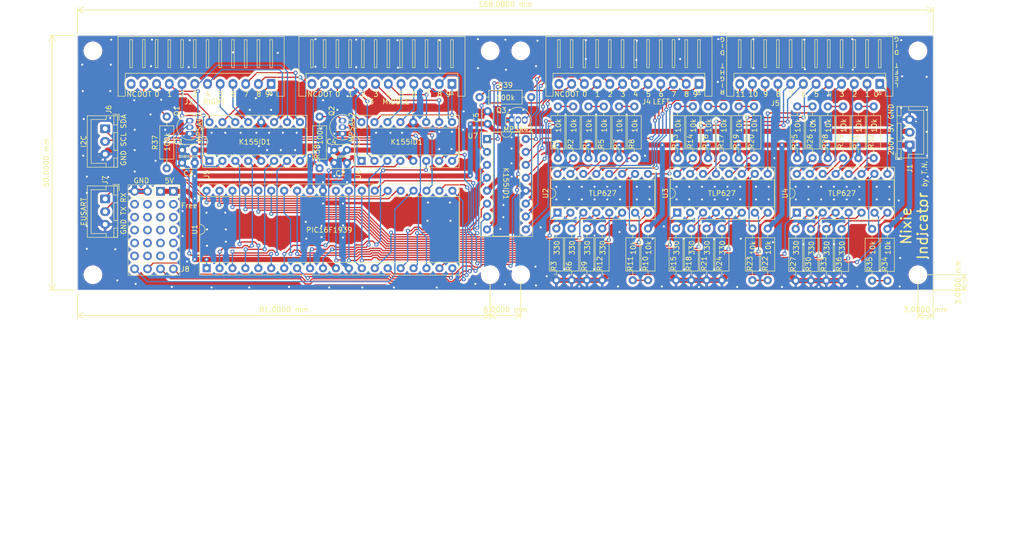
<source format=kicad_pcb>
(kicad_pcb (version 20221018) (generator pcbnew)
  (layers (0 "F.Cu" signal) (31 "B.Cu" signal) (34 "B.Paste" user) (35 "F.Paste" user) (36 "B.SilkS" user "B.Silkscreen") (37 "F.SilkS" user "F.Silkscreen") (38 "B.Mask" user) (39 "F.Mask" user) (44 "Edge.Cuts" user))
  (net 0 "")
  (net 1 "/5V")
  (net 2 "GND")
  (net 3 "/SDA")
  (net 4 "/SCL")
  (net 5 "/RX")
  (net 6 "/TX")
  (net 7 "/200V")
  (net 8 "/DEC0_1")
  (net 9 "/DEC0_2")
  (net 10 "/DEC0_3")
  (net 11 "/DEC0_4")
  (net 12 "/DEC0_5")
  (net 13 "/DEC0_6")
  (net 14 "/DEC0_7")
  (net 15 "/DEC0_8")
  (net 16 "/DEC0_9")
  (net 17 "/DEC0_0")
  (net 18 "/DEC0_DOT")
  (net 19 "/DEC1_1")
  (net 20 "/DEC1_2")
  (net 21 "/DEC1_3")
  (net 22 "/DEC1_4")
  (net 23 "/DEC1_5")
  (net 24 "/DEC1_6")
  (net 25 "/DEC1_7")
  (net 26 "/DEC1_8")
  (net 27 "/DEC1_9")
  (net 28 "/DEC1_0")
  (net 29 "/DEC1_DOT")
  (net 30 "/DEC2_1")
  (net 31 "/DEC2_2")
  (net 32 "/DEC2_3")
  (net 33 "/DEC2_4")
  (net 34 "/DEC2_5")
  (net 35 "/DEC2_6")
  (net 36 "/DEC2_7")
  (net 37 "/DEC2_8")
  (net 38 "/DEC2_9")
  (net 39 "/DEC2_0")
  (net 40 "/DEC2_DOT")
  (net 41 "/NIXIE_DIG_0")
  (net 42 "/NIXIE_DIG_1")
  (net 43 "/NIXIE_DIG_2")
  (net 44 "/NIXIE_DIG_3")
  (net 45 "/NIXIE_DIG_4")
  (net 46 "/NIXIE_DIG_5")
  (net 47 "/NIXIE_DIG_6")
  (net 48 "/NIXIE_DIG_7")
  (net 49 "/NIXIE_DIG_8")
  (net 50 "/NIXIE_DIG_9")
  (net 51 "/NIXIE_DIG_10")
  (net 52 "/NIXIE_DIG_11")
  (net 53 "/DOT_0")
  (net 54 "Net-(Q3-C)")
  (net 55 "/DOT_1")
  (net 56 "/DOT_2")
  (net 57 "Net-(R18-Pad1)")
  (net 58 "Net-(R22-Pad2)")
  (net 59 "Net-(R23-Pad2)")
  (net 60 "/DEC0_D")
  (net 61 "/DEC0_C")
  (net 62 "/DEC0_B")
  (net 63 "/DEC0_A")
  (net 64 "/DEC1_D")
  (net 65 "/DEC1_C")
  (net 66 "/DEC1_B")
  (net 67 "/DEC1_A")
  (net 68 "/DEC2_D")
  (net 69 "/DEC2_C")
  (net 70 "/DEC2_B")
  (net 71 "/DEC2_A")
  (net 72 "/PIC_DIG_11")
  (net 73 "/PIC_DIG_10")
  (net 74 "/PIC_DIG_9")
  (net 75 "/PIC_DIG_8")
  (net 76 "/PIC_DIG_7")
  (net 77 "/PIC_DIG_6")
  (net 78 "/PIC_DIG_5")
  (net 79 "/PIC_DIG_4")
  (net 80 "/PIC_DIG_3")
  (net 81 "/PIC_DIG_2")
  (net 82 "/PIC_DIG_1")
  (net 83 "/PIC_DIG_0")
  (net 84 "Net-(Q1-C)")
  (net 85 "Net-(Q2-C)")
  (net 86 "Net-(R1-Pad2)")
  (net 87 "Net-(R15-Pad1)")
  (net 88 "Net-(R16-Pad2)")
  (net 89 "Net-(R17-Pad2)")
  (net 90 "Net-(R21-Pad1)")
  (net 91 "Net-(R10-Pad2)")
  (net 92 "Net-(R11-Pad2)")
  (net 93 "Net-(R13-Pad2)")
  (net 94 "Net-(R14-Pad2)")
  (net 95 "Net-(R19-Pad2)")
  (net 96 "Net-(R20-Pad2)")
  (net 97 "Net-(R30-Pad1)")
  (net 98 "Net-(R33-Pad1)")
  (net 99 "Net-(R27-Pad1)")
  (net 100 "Net-(R36-Pad1)")
  (net 104 "Net-(R9-Pad1)")
  (net 105 "Net-(R8-Pad2)")
  (net 106 "Net-(R7-Pad2)")
  (net 107 "Net-(R6-Pad1)")
  (net 108 "Net-(R5-Pad2)")
  (net 109 "Net-(R4-Pad2)")
  (net 110 "Net-(R35-Pad2)")
  (net 111 "Net-(R34-Pad2)")
  (net 112 "Net-(R32-Pad2)")
  (net 113 "Net-(R31-Pad2)")
  (net 114 "Net-(R3-Pad1)")
  (net 115 "Net-(R29-Pad2)")
  (net 116 "Net-(R28-Pad2)")
  (net 117 "Net-(R26-Pad2)")
  (net 118 "Net-(R25-Pad2)")
  (net 119 "Net-(R24-Pad1)")
  (net 120 "Net-(R2-Pad2)")
  (net 121 "Net-(R12-Pad1)")
  (net 122 "Net-(J8-Pin_1)")
  (net 123 "Net-(J8-Pin_2)")
  (net 124 "Net-(J8-Pin_3)")
  (net 125 "Net-(J8-Pin_4)")
  (footprint "Package_DIP:DIP-16_W7.62mm_Socket" (layer "F.Cu") (at 55.745 24.62 90)
    (fp_text reference "U6")
    (fp_text value "K155ID1")
  )
  (footprint "Package_TO_SOT_THT:TO-92_Inline" (layer "F.Cu") (at 52 19.27 90)
    (fp_text reference "Q2")
    (fp_text value "MPSA42")
  )
  (footprint "Package_DIP:DIP-16_W7.62mm_Socket" (layer "F.Cu") (at 25.88 24.62 90)
    (fp_text reference "U5")
    (fp_text value "K155ID1")
  )
  (footprint "Resistor_THT:R_Axial_DIN0207_L6.3mm_D2.5mm_P10.16mm_Horizontal" (layer "F.Cu") (at 106.3 24.08 90)
    (fp_text reference "R7")
    (fp_text value "10k")
  )
  (footprint "Capacitor_THT:C_Disc_D3.0mm_W2.0mm_P2.50mm" (layer "F.Cu") (at 52.89 22.5 180)
    (fp_text reference "C4")
    (fp_text value "0.1u")
  )
  (footprint "Resistor_THT:R_Axial_DIN0207_L6.3mm_D2.5mm_P10.16mm_Horizontal" (layer "F.Cu") (at 141.3 24.08 90)
    (fp_text reference "R25")
    (fp_text value "10k")
  )
  (footprint "Package_DIP:DIP-16_W7.62mm_Socket" (layer "F.Cu") (at 94.22 34.8 90)
    (fp_text reference "U2")
    (fp_text value "TLP627")
  )
  (footprint "MountingHole:MountingHole_3.2mm_M3" (layer "F.Cu") (at 87 47)
    (fp_text reference "")
    (fp_text value "")
  )
  (footprint "MountingHole:MountingHole_3.2mm_M3" (layer "F.Cu") (at 3 3)
    (fp_text reference "")
    (fp_text value "")
  )
  (footprint "Package_DIP:DIP-16_W7.62mm_Socket" (layer "F.Cu") (at 117.72 34.8 90)
    (fp_text reference "U3")
    (fp_text value "TLP627")
  )
  (footprint "Resistor_THT:R_Axial_DIN0207_L6.3mm_D2.5mm_P10.16mm_Horizontal" (layer "F.Cu") (at 126.5 37.92 -90)
    (fp_text reference "R24")
    (fp_text value "330")
  )
  (footprint "Package_TO_SOT_THT:TO-92_Inline" (layer "F.Cu") (at 22 19.27 90)
    (fp_text reference "Q1")
    (fp_text value "MPSA42")
  )
  (footprint "Resistor_THT:R_Axial_DIN0207_L6.3mm_D2.5mm_P10.16mm_Horizontal" (layer "F.Cu") (at 78.92 12.1)
    (fp_text reference "R39")
    (fp_text value "100k")
  )
  (footprint "Resistor_THT:R_Axial_DIN0207_L6.3mm_D2.5mm_P10.16mm_Horizontal" (layer "F.Cu") (at 150.3 13.92 -90)
    (fp_text reference "R29")
    (fp_text value "10k")
  )
  (footprint "Connector_JST:JST_XH_S12B-XH-A_1x12_P2.50mm_Horizontal" (layer "F.Cu") (at 122 9.5 180)
    (fp_text reference "J4")
    (fp_text value "LEFT")
  )
  (footprint "MountingHole:MountingHole_3.2mm_M3" (layer "F.Cu") (at 165 3)
    (fp_text reference "")
    (fp_text value "")
  )
  (footprint "Resistor_THT:R_Axial_DIN0207_L6.3mm_D2.5mm_P10.16mm_Horizontal" (layer "F.Cu") (at 100 37.92 -90)
    (fp_text reference "R9")
    (fp_text value "330")
  )
  (footprint "Resistor_THT:R_Axial_DIN0207_L6.3mm_D2.5mm_P10.16mm_Horizontal" (layer "F.Cu") (at 109.3 13.92 -90)
    (fp_text reference "R8")
    (fp_text value "10k")
  )
  (footprint "Package_DIP:DIP-40_W15.24mm_Socket" (layer "F.Cu") (at 25.32 45.725 90)
    (fp_text reference "U1")
    (fp_text value "PIC16F1939")
  )
  (footprint "Resistor_THT:R_Axial_DIN0207_L6.3mm_D2.5mm_P10.16mm_Horizontal" (layer "F.Cu") (at 129.8 24.08 90)
    (fp_text reference "R19")
    (fp_text value "10k")
  )
  (footprint "Resistor_THT:R_Axial_DIN0207_L6.3mm_D2.5mm_P10.16mm_Horizontal" (layer "F.Cu") (at 97 37.92 -90)
    (fp_text reference "R6")
    (fp_text value "330")
  )
  (footprint "Resistor_THT:R_Axial_DIN0207_L6.3mm_D2.5mm_P10.16mm_Horizontal" (layer "F.Cu") (at 120.5 37.92 -90)
    (fp_text reference "R18")
    (fp_text value "330")
  )
  (footprint "Resistor_THT:R_Axial_DIN0207_L6.3mm_D2.5mm_P10.16mm_Horizontal" (layer "F.Cu") (at 112 37.92 -90)
    (fp_text reference "R10")
    (fp_text value "10k")
  )
  (footprint "Resistor_THT:R_Axial_DIN0207_L6.3mm_D2.5mm_P10.16mm_Horizontal" (layer "F.Cu") (at 97.3 13.92 -90)
    (fp_text reference "R2")
    (fp_text value "10k")
  )
  (footprint "Resistor_THT:R_Axial_DIN0207_L6.3mm_D2.5mm_P10.16mm_Horizontal" (layer "F.Cu") (at 123.5 37.92 -90)
    (fp_text reference "R21")
    (fp_text value "330")
  )
  (footprint "MountingHole:MountingHole_3.2mm_M3" (layer "F.Cu") (at 3 47)
    (fp_text reference "")
    (fp_text value "")
  )
  (footprint "Resistor_THT:R_Axial_DIN0207_L6.3mm_D2.5mm_P10.16mm_Horizontal" (layer "F.Cu") (at 123.8 24.08 90)
    (fp_text reference "R16")
    (fp_text value "10k")
  )
  (footprint "Resistor_THT:R_Axial_DIN0207_L6.3mm_D2.5mm_P10.16mm_Horizontal" (layer "F.Cu") (at 150 38 -90)
    (fp_text reference "R36")
    (fp_text value "330")
  )
  (footprint "Resistor_THT:R_Axial_DIN0207_L6.3mm_D2.5mm_P10.16mm_Horizontal" (layer "F.Cu") (at 156 48.16 90)
    (fp_text reference "R35")
    (fp_text value "10k")
  )
  (footprint "Resistor_THT:R_Axial_DIN0207_L6.3mm_D2.5mm_P10.16mm_Horizontal" (layer "F.Cu") (at 103.3 13.92 -90)
    (fp_text reference "R5")
    (fp_text value "10k")
  )
  (footprint "MountingHole:MountingHole_3.2mm_M3" (layer "F.Cu") (at 81 47)
    (fp_text reference "")
    (fp_text value "")
  )
  (footprint "Resistor_THT:R_Axial_DIN0207_L6.3mm_D2.5mm_P10.16mm_Horizontal" (layer "F.Cu") (at 100.3 24.08 90)
    (fp_text reference "R4")
    (fp_text value "10k")
  )
  (footprint "Connector_JST:JST_XH_S12B-XH-A_1x12_P2.50mm_Horizontal" (layer "F.Cu") (at 38 9.5 180)
    (fp_text reference "J2")
    (fp_text value "RIGHT")
  )
  (footprint "Resistor_THT:R_Axial_DIN0207_L6.3mm_D2.5mm_P10.16mm_Horizontal" (layer "F.Cu") (at 141 38 -90)
    (fp_text reference "R27")
    (fp_text value "330")
  )
  (footprint "MountingHole:MountingHole_3.2mm_M3" (layer "F.Cu") (at 165 47)
    (fp_text reference "")
    (fp_text value "")
  )
  (footprint "Connector_JST:JST_XH_S12B-XH-A_1x12_P2.50mm_Horizontal" (layer "F.Cu") (at 73.5 9.5 180)
    (fp_text reference "J3")
    (fp_text value "MIDDLE")
  )
  (footprint "Resistor_THT:R_Axial_DIN0207_L6.3mm_D2.5mm_P10.16mm_Horizontal" (layer "F.Cu") (at 159 38 -90)
    (fp_text reference "R34")
    (fp_text value "10k")
  )
  (footprint "Resistor_THT:R_Axial_DIN0207_L6.3mm_D2.5mm_P10.16mm_Horizontal" (layer "F.Cu") (at 135.5 37.92 -90)
    (fp_text reference "R22")
    (fp_text value "10k")
  )
  (footprint "Package_DIP:DIP-16_W7.62mm_Socket" (layer "F.Cu") (at 141.22 34.8 90)
    (fp_text reference "U4")
    (fp_text value "TLP627")
  )
  (footprint "Resistor_THT:R_Axial_DIN0207_L6.3mm_D2.5mm_P10.16mm_Horizontal" (layer "F.Cu") (at 117.5 37.92 -90)
    (fp_text reference "R15")
    (fp_text value "330")
  )
  (footprint "Connector_JST:JST_XH_B3B-XH-A_1x03_P2.50mm_Vertical" (layer "F.Cu") (at 5.4 32.1 -90)
    (fp_text reference "J7")
    (fp_text value "EUSART")
  )
  (footprint "Resistor_THT:R_Axial_DIN0207_L6.3mm_D2.5mm_P10.16mm_Horizontal" (layer "F.Cu") (at 120.8 13.92 -90)
    (fp_text reference "R14")
    (fp_text value "10k")
  )
  (footprint "MountingHole:MountingHole_3.2mm_M3" (layer "F.Cu") (at 87 3)
    (fp_text reference "")
    (fp_text value "")
  )
  (footprint "Resistor_THT:R_Axial_DIN0207_L6.3mm_D2.5mm_P10.16mm_Horizontal" (layer "F.Cu") (at 47.5 26.08 90)
    (fp_text reference "R38")
    (fp_text value "100k")
  )
  (footprint "Resistor_THT:R_Axial_DIN0207_L6.3mm_D2.5mm_P10.16mm_Horizontal" (layer "F.Cu") (at 147 38 -90)
    (fp_text reference "R33")
    (fp_text value "330")
  )
  (footprint "Capacitor_THT:C_Disc_D3.0mm_W2.0mm_P2.50mm" (layer "F.Cu") (at 80.5 17.35 90)
    (fp_text reference "C5")
    (fp_text value "0.1u")
  )
  (footprint "Connector_PinHeader_2.54mm:PinHeader_1x04_P2.54mm_Vertical" (layer "F.Cu") (at 11.18 45.84 90)
    (fp_text reference "J8")
    (fp_text value "Conn_01x04_Pin" hide)
  )
  (footprint "Resistor_THT:R_Axial_DIN0207_L6.3mm_D2.5mm_P10.16mm_Horizontal" (layer "F.Cu") (at 156.3 13.92 -90)
    (fp_text reference "R32")
    (fp_text value "10k")
  )
  (footprint "Connector_JST:JST_XH_S12B-XH-A_1x12_P2.50mm_Horizontal" (layer "F.Cu") (at 157.5 9.5 180)
    (fp_text reference "J5")
    (fp_text value "Conn_01x12_Pin")
  )
  (footprint "Capacitor_THT:C_Disc_D3.0mm_W2.0mm_P2.50mm" (layer "F.Cu") (at 50.39 25)
    (fp_text reference "C2")
    (fp_text value "0.1u")
  )
  (footprint "Resistor_THT:R_Axial_DIN0207_L6.3mm_D2.5mm_P10.16mm_Horizontal" (layer "F.Cu") (at 126.8 13.92 -90)
    (fp_text reference "R17")
    (fp_text value "10k")
  )
  (footprint "Resistor_THT:R_Axial_DIN0207_L6.3mm_D2.5mm_P10.16mm_Horizontal" (layer "F.Cu") (at 144 38 -90)
    (fp_text reference "R30")
    (fp_text value "330")
  )
  (footprint "Resistor_THT:R_Axial_DIN0207_L6.3mm_D2.5mm_P10.16mm_Horizontal" (layer "F.Cu") (at 17.5 15.92 -90)
    (fp_text reference "R37")
    (fp_text value "100k")
  )
  (footprint "Connector_JST:JST_XH_B3B-XH-A_1x03_P2.50mm_Vertical" (layer "F.Cu") (at 163.375 21.5 90)
    (fp_text reference "J1")
    (fp_text value "Conn_01x03_Pin")
  )
  (footprint "Resistor_THT:R_Axial_DIN0207_L6.3mm_D2.5mm_P10.16mm_Horizontal" (layer "F.Cu") (at 153.3 24.08 90)
    (fp_text reference "R31")
    (fp_text value "10k")
  )
  (footprint "Resistor_THT:R_Axial_DIN0207_L6.3mm_D2.5mm_P10.16mm_Horizontal" (layer "F.Cu") (at 147.3 24.08 90)
    (fp_text reference "R28")
    (fp_text value "10k")
  )
  (footprint "Package_DIP:DIP-16_W7.62mm_Socket" (layer "F.Cu") (at 80.38 20.32)
    (fp_text reference "U7")
    (fp_text value "K155ID1")
  )
  (footprint "Resistor_THT:R_Axial_DIN0207_L6.3mm_D2.5mm_P10.16mm_Horizontal" (layer "F.Cu") (at 132.8 13.92 -90)
    (fp_text reference "R20")
    (fp_text value "10k")
  )
  (footprint "Package_TO_SOT_THT:TO-92_Inline" (layer "F.Cu") (at 85.23 16.6)
    (fp_text reference "Q3")
    (fp_text value "MPSA42")
  )
  (footprint "Resistor_THT:R_Axial_DIN0207_L6.3mm_D2.5mm_P10.16mm_Horizontal" (layer "F.Cu") (at 109 48.08 90)
    (fp_text reference "R11")
    (fp_text value "10k")
  )
  (footprint "Connector_JST:JST_XH_B3B-XH-A_1x03_P2.50mm_Vertical" (layer "F.Cu") (at 5.4 18.3 -90)
    (fp_text reference "J6")
    (fp_text value "I2C")
  )
  (footprint "Resistor_THT:R_Axial_DIN0207_L6.3mm_D2.5mm_P10.16mm_Horizontal" (layer "F.Cu") (at 117.8 24.08 90)
    (fp_text reference "R13")
    (fp_text value "10k")
  )
  (footprint "Resistor_THT:R_Axial_DIN0207_L6.3mm_D2.5mm_P10.16mm_Horizontal" (layer "F.Cu") (at 103 37.92 -90)
    (fp_text reference "R12")
    (fp_text value "330")
  )
  (footprint "Resistor_THT:R_Axial_DIN0207_L6.3mm_D2.5mm_P10.16mm_Horizontal" (layer "F.Cu") (at 94.3 24.08 90)
    (fp_text reference "R1")
    (fp_text value "10k")
  )
  (footprint "Capacitor_THT:C_Disc_D3.0mm_W2.0mm_P2.50mm" (layer "F.Cu") (at 23 22.5 180)
    (fp_text reference "C1")
    (fp_text value "0.1u")
  )
  (footprint "Resistor_THT:R_Axial_DIN0207_L6.3mm_D2.5mm_P10.16mm_Horizontal" (layer "F.Cu") (at 94 37.92 -90)
    (fp_text reference "R3")
    (fp_text value "330")
  )
  (footprint "Resistor_THT:R_Axial_DIN0207_L6.3mm_D2.5mm_P10.16mm_Horizontal" (layer "F.Cu") (at 132.5 48.08 90)
    (fp_text reference "R23")
    (fp_text value "10k")
  )
  (footprint "Capacitor_THT:C_Disc_D3.0mm_W2.0mm_P2.50mm" (layer "F.Cu") (at 23 25 180)
    (fp_text reference "C3")
    (fp_text value "0.1u")
  )
  (footprint "MountingHole:MountingHole_3.2mm_M3" (layer "F.Cu") (at 81 3)
    (fp_text reference "")
    (fp_text value "")
  )
  (footprint "Resistor_THT:R_Axial_DIN0207_L6.3mm_D2.5mm_P10.16mm_Horizontal" (layer "F.Cu") (at 144.3 13.92 -90)
    (fp_text reference "R26")
    (fp_text value "10k")
  )
  (gr_rect (start 0 0) (end 168 50) (stroke (width 0.1)) (fill none) (layer "Edge.Cuts"))
  (gr_text "4" (at 60.5 12.1) (layer "F.SilkS") (effects (font (size 1 1)) (justify left bottom)))
  (gr_text "6" (at 114 12.1) (layer "F.SilkS") (effects (font (size 1 1)) (justify left bottom)))
  (gr_text "1" (at 17.5 12.1) (layer "F.SilkS") (effects (font (size 1 1)) (justify left bottom)))
  (gr_text "Nixie\nIndicator" (at 164.3 37.4 90) (layer "F.SilkS") (effects (font (size 2 2) (thickness 0.3))))
  (gr_text "6" (at 65.5 12.1) (layer "F.SilkS") (effects (font (size 1 1)) (justify left bottom)))
  (gr_text "6" (at 142 12.1) (layer "F.SilkS") (effects (font (size 1 1)) (justify left bottom)))
  (gr_text "5" (at 27.5 12.1) (layer "F.SilkS") (effects (font (size 1 1)) (justify left bottom)))
  (gr_text "8" (at 137 12.1) (layer "F.SilkS") (effects (font (size 1 1)) (justify left bottom)))
  (gr_text "10" (at 131.6 12.1) (layer "F.SilkS") (effects (font (size 1 1)) (justify left bottom)))
  (gr_text "8" (at 35 12.1) (layer "F.SilkS") (effects (font (size 1 1)) (justify left bottom)))
  (gr_text "L\nE\nF\nT\n\nD\nI\nG" (at 160.8 5.2 180) (layer "F.SilkS") (effects (font (size 0.8 1))))
  (gr_text "0" (at 99 12.1) (layer "F.SilkS") (effects (font (size 1 1)) (justify left bottom)))
  (gr_text "7" (at 139.5 12.1) (layer "F.SilkS") (effects (font (size 1 1)) (justify left bottom)))
  (gr_text "NC" (at 9.5 12.1) (layer "F.SilkS") (effects (font (size 1 1)) (justify left bottom)))
  (gr_text "0" (at 156.2 12.1) (layer "F.SilkS") (effects (font (size 1 1)) (justify left bottom)))
  (gr_text "3" (at 22.5 12.1) (layer "F.SilkS") (effects (font (size 1 1)) (justify left bottom)))
  (gr_text "GND SCL SDA\n" (at 9.6 25.7 90) (layer "F.SilkS") (effects (font (size 1 1)) (justify left bottom)))
  (gr_text "5" (at 111.5 12.1) (layer "F.SilkS") (effects (font (size 1 1)) (justify left bottom)))
  (gr_text "NC" (at 45 12.1) (layer "F.SilkS") (effects (font (size 1 1)) (justify left bottom)))
  (gr_text "by T.N." (at 166.3 27.2 90) (layer "F.SilkS") (effects (font (size 1 1) (thickness 0.15) italic)))
  (gr_text "GND TX RX" (at 9.6 39.2 90) (layer "F.SilkS") (effects (font (size 1 1)) (justify left bottom)))
  (gr_text "8" (at 70.5 12.1) (layer "F.SilkS") (effects (font (size 1 1)) (justify left bottom)))
  (gr_text "7" (at 32.5 12.1) (layer "F.SilkS") (effects (font (size 1 1)) (justify left bottom)))
  (gr_text "6" (at 30 12.1) (layer "F.SilkS") (effects (font (size 1 1)) (justify left bottom)))
  (gr_text "7" (at 116.5 12.1) (layer "F.SilkS") (effects (font (size 1 1)) (justify left bottom)))
  (gr_text "DOT" (at 95.6 12.1) (layer "F.SilkS") (effects (font (size 1 1)) (justify left bottom)))
  (gr_text "R\nI\nG\nH\nT\n\nD\nI\nG" (at 126.6 5.9 180) (layer "F.SilkS") (effects (font (size 0.8 1))))
  (gr_text "4" (at 109 12.1) (layer "F.SilkS") (effects (font (size 1 1)) (justify left bottom)))
  (gr_text "3" (at 149.5 12.1) (layer "F.SilkS") (effects (font (size 1 1)) (justify left bottom)))
  (gr_text "2" (at 152 12.1) (layer "F.SilkS") (effects (font (size 1 1)) (justify left bottom)))
  (gr_text "8" (at 119 12.1) (layer "F.SilkS") (effects (font (size 1 1)) (justify left bottom)))
  (gr_text "1" (at 101.5 12.1) (layer "F.SilkS") (effects (font (size 1 1)) (justify left bottom)))
  (gr_text "2" (at 104 12.1) (layer "F.SilkS") (effects (font (size 1 1)) (justify left bottom)))
  (gr_text "1" (at 53 12.1) (layer "F.SilkS") (effects (font (size 1 1)) (justify left bottom)))
  (gr_text "9" (at 72.2 12.1) (layer "F.SilkS") (effects (font (size 1 1)) (justify left bottom)))
  (gr_text "200V 5V GND\n" (at 160.3 23.6 90) (layer "F.SilkS") (effects (font (size 1 1)) (justify left bottom)))
  (gr_text "2" (at 20 12.1) (layer "F.SilkS") (effects (font (size 1 1)) (justify left bottom)))
  (gr_text "5" (at 63 12.1) (layer "F.SilkS") (effects (font (size 1 1)) (justify left bottom)))
  (gr_text "9" (at 134.5 12.1) (layer "F.SilkS") (effects (font (size 1 1)) (justify left bottom)))
  (gr_text "7" (at 68 12.1) (layer "F.SilkS") (effects (font (size 1 1)) (justify left bottom)))
  (gr_text "9" (at 120.7 12.1) (layer "F.SilkS") (effects (font (size 1 1)) (justify left bottom)))
  (gr_text "Free" (at 20.2 34) (layer "F.SilkS") (effects (font (size 1 1)) (justify left bottom)))
  (gr_text "DOT" (at 11.6 12.1) (layer "F.SilkS") (effects (font (size 1 1)) (justify left bottom)))
  (gr_text "1" (at 154.5 12.1) (layer "F.SilkS") (effects (font (size 1 1)) (justify left bottom)))
  (gr_text "11" (at 129.1 12.1) (layer "F.SilkS") (effects (font (size 1 1)) (justify left bottom)))
  (gr_text "NC" (at 93.5 12.1) (layer "F.SilkS") (effects (font (size 1 1)) (justify left bottom)))
  (gr_text "4" (at 25 12.1) (layer "F.SilkS") (effects (font (size 1 1)) (justify left bottom)))
  (gr_text "DOT" (at 47.1 12.1) (layer "F.SilkS") (effects (font (size 1 1)) (justify left bottom)))
  (gr_text "0" (at 15 12.1) (layer "F.SilkS") (effects (font (size 1 1)) (justify left bottom)))
  (gr_text "4" (at 147 12.1) (layer "F.SilkS") (effects (font (size 1 1)) (justify left bottom)))
  (gr_text "5" (at 144.5 12.1) (layer "F.SilkS") (effects (font (size 1 1)) (justify left bottom)))
  (gr_text "3" (at 58 12.1) (layer "F.SilkS") (effects (font (size 1 1)) (justify left bottom)))
  (gr_text "3" (at 106.5 12.1) (layer "F.SilkS") (effects (font (size 1 1)) (justify left bottom)))
  (gr_text "9" (at 36.7 12.1) (layer "F.SilkS") (effects (font (size 1 1)) (justify left bottom)))
  (gr_text "2" (at 55.5 12.1) (layer "F.SilkS") (effects (font (size 1 1)) (justify left bottom)))
  (gr_text "GND    5V" (at 10.9 29.1) (layer "F.SilkS") (effects (font (size 1 1)) (justify left bottom)))
  (gr_text "0" (at 50.5 12.1) (layer "F.SilkS") (effects (font (size 1 1)) (justify left bottom)))
  (dimension (type aligned) (layer "F.SilkS") (pts (xy 81 47) (xy 87 47)) (height 8) (gr_text "6.0000 mm" (at 84 53.85) (layer "F.SilkS") (effects (font (size 1 1) (thickness 0.15)))) (format (prefix "") (suffix "") (units 3) (units_format 1) (precision 4)) (style (thickness 0.15) (arrow_length 1.27) (text_position_mode 0) (extension_height 0.58642) (extension_offset 0.5) keep_text_aligned))
  (dimension (type aligned) (layer "F.SilkS") (pts (xy 0 0) (xy 168 0)) (height -5) (gr_text "168.0000 mm" (at 84 -6.15) (layer "F.SilkS") (effects (font (size 1 1) (thickness 0.15)))) (format (prefix "") (suffix "") (units 3) (units_format 1) (precision 4)) (style (thickness 0.15) (arrow_length 1.27) (text_position_mode 0) (extension_height 0.58642) (extension_offset 0.5) keep_text_aligned))
  (dimension (type aligned) (layer "F.SilkS") (pts (xy 0 50) (xy 81 50)) (height 4.999999) (gr_text "81.0000 mm" (at 40.5 53.849999) (layer "F.SilkS") (effects (font (size 1 1) (thickness 0.15)))) (format (prefix "") (suffix "") (units 3) (units_format 1) (precision 4)) (style (thickness 0.15) (arrow_length 1.27) (text_position_mode 0) (extension_height 0.58642) (extension_offset 0.5) keep_text_aligned))
  (dimension (type aligned) (layer "F.SilkS") (pts (xy 0 0) (xy 0 50)) (height 5) (gr_text "50.0000 mm" (at -6.15 25 90) (layer "F.SilkS") (effects (font (size 1 1) (thickness 0.15)))) (format (prefix "") (suffix "") (units 3) (units_format 1) (precision 4)) (style (thickness 0.15) (arrow_length 1.27) (text_position_mode 0) (extension_height 0.58642) (extension_offset 0.5) keep_text_aligned))
  (dimension (type aligned) (layer "F.SilkS") (pts (xy 165 47) (xy 165 50)) (height -9) (gr_text "3.0000 mm" (at 172.85 48.5 90) (layer "F.SilkS") (effects (font (size 1 1) (thickness 0.15)))) (format (prefix "") (suffix "") (units 3) (units_format 1) (precision 4)) (style (thickness 0.15) (arrow_length 1.27) (text_position_mode 0) (extension_height 0.58642) (extension_offset 0.5) keep_text_aligned))
  (dimension (type aligned) (layer "F.SilkS") (pts (xy 165 47) (xy 168 47)) (height 8) (gr_text "3.0000 mm" (at 166.5 53.85) (layer "F.SilkS") (effects (font (size 1 1) (thickness 0.15)))) (format (prefix "") (suffix "") (units 3) (units_format 1) (precision 4)) (style (thickness 0.15) (arrow_length 1.27) (text_position_mode 0) (extension_height 0.58642) (extension_offset 0.5) keep_text_aligned))
  (segment (start 83.6 19.6) (end 83.6 18.82) (width 1) (layer "F.Cu") (net 1))
  (segment (start 77.02 27.58) (end 51.4 27.58) (width 1) (layer "F.Cu") (net 1))
  (segment (start 82.82 18.82) (end 83.6 19.6) (width 1) (layer "F.Cu") (net 1))
  (segment (start 82.8 18.82) (end 82.82 18.82) (width 1) (layer "F.Cu") (net 1))
  (segment (start 45.6 23.7) (end 49.09 23.7) (width 1) (layer "F.Cu") (net 1))
  (segment (start 77.15 17.35) (end 77.1 17.4) (width 1) (layer "F.Cu") (net 1))
  (segment (start 80.38 30.48) (end 83.6 27.26) (width 1) (layer "F.Cu") (net 1))
  (segment (start 163.195 18.82) (end 84.4 18.82) (width 1) (layer "F.Cu") (net 1))
  (segment (start 80.5 17.35) (end 77.15 17.35) (width 1) (layer "F.Cu") (net 1))
  (segment (start 83.6 19.6) (end 83.62 19.6) (width 1) (layer "F.Cu") (net 1))
  (segment (start 16.26 30.6) (end 18.8 30.6) (width 1) (layer "F.Cu") (net 1))
  (segment (start 83.62 19.6) (end 84.4 18.82) (width 1) (layer "F.Cu") (net 1))
  (segment (start 51.4 27.58) (end 50.4 27.58) (width 1) (layer "F.Cu") (net 1))
  (segment (start 81.97 18.82) (end 80.5 17.35) (width 1) (layer "F.Cu") (net 1))
  (segment (start 33.92 22.5) (end 36.04 24.62) (width 1) (layer "F.Cu") (net 1))
  (segment (start 18.8 30.6) (end 21.6 30.6) (width 1) (layer "F.Cu") (net 1))
  (segment (start 77.1 27.5) (end 77.02 27.58) (width 1) (layer "F.Cu") (net 1))
  (segment (start 63.785 22.5) (end 65.905 24.62) (width 1) (layer "F.Cu") (net 1))
  (segment (start 82.8 18.82) (end 81.97 18.82) (width 1) (layer "F.Cu") (net 1))
  (segment (start 21.6 30.6) (end 23 32) (width 1) (layer "F.Cu") (net 1))
  (segment (start 83.6 27.26) (end 83.6 19.6) (width 1) (layer "F.Cu") (net 1))
  (segment (start 84.4 18.82) (end 83.6 18.82) (width 1) (layer "F.Cu") (net 1))
  (segment (start 49.09 23.7) (end 50.39 25) (width 1) (layer "F.Cu") (net 1))
  (segment (start 23 22.5) (end 33.92 22.5) (width 1) (layer "F.Cu") (net 1))
  (segment (start 25.3 44) (end 48.995 44) (width 1) (layer "F.Cu") (net 1))
  (segment (start 52.89 22.5) (end 63.785 22.5) (width 1) (layer "F.Cu") (net 1))
  (segment (start 48.995 44) (end 50.72 45.725) (width 1) (layer "F.Cu") (net 1))
  (segment (start 23 44) (end 25.3 44) (width 1) (layer "F.Cu") (net 1))
  (segment (start 23.02 27.58) (end 23 27.6) (width 1) (layer "F.Cu") (net 1))
  (segment (start 83.6 18.82) (end 82.8 18.82) (width 1) (layer "F.Cu") (net 1))
  (segment (start 163.375 19) (end 163.195 18.82) (width 1) (layer "F.Cu") (net 1))
  (segment (start 50.4 27.58) (end 23.02 27.58) (width 1) (layer "F.Cu") (net 1))
  (via (at 25.3 44) (size 0.8) (drill 0.4) (layers "F.Cu" "B.Cu") (net 1))
  (via (at 23 32) (size 0.8) (drill 0.4) (layers "F.Cu" "B.Cu") (net 1))
  (via (at 45.6 23.7) (size 0.8) (drill 0.4) (layers "F.Cu" "B.Cu") (net 1))
  (via (at 77.1 17.4) (size 0.8) (drill 0.4) (layers "F.Cu" "B.Cu") (net 1))
  (via (at 23 44) (size 0.8) (drill 0.4) (layers "F.Cu" "B.Cu") (net 1))
  (via (at 50.4 27.58) (size 0.8) (drill 0.4) (layers "F.Cu" "B.Cu") (net 1))
  (via (at 51.4 27.58) (size 0.8) (drill 0.4) (layers "F.Cu" "B.Cu") (net 1))
  (via (at 23 27.6) (size 0.8) (drill 0.4) (layers "F.Cu" "B.Cu") (net 1))
  (via (at 77.1 27.5) (size 0.8) (drill 0.4) (layers "F.Cu" "B.Cu") (net 1))
  (segment (start 25.32 45.725) (end 25.32 44.02) (width 0.25) (layer "B.Cu") (net 1))
  (segment (start 25.32 44.02) (end 25.3 44) (width 0.25) (layer "B.Cu") (net 1))
  (segment (start 77.1 17.4) (end 77.1 27.5) (width 1) (layer "B.Cu") (net 1))
  (segment (start 45.64 23.74) (end 45.6 23.7) (width 1) (layer "B.Cu") (net 1))
  (segment (start 50.39 27.57) (end 50.4 27.58) (width 1) (layer "B.Cu") (net 1))
  (segment (start 51.39 24) (end 51.39 27.57) (width 1) (layer "B.Cu") (net 1))
  (segment (start 45.64 30.485) (end 45.64 23.74) (width 1) (layer "B.Cu") (net 1))
  (segment (start 23 27.6) (end 23 32) (width 1) (layer "B.Cu") (net 1))
  (segment (start 52.89 22.5) (end 51.39 24) (width 1) (layer "B.Cu") (net 1))
  (segment (start 23 27.6) (end 23 25) (width 1) (layer "B.Cu") (net 1))
  (segment (start 51.39 27.57) (end 51.4 27.58) (width 1) (layer "B.Cu") (net 1))
  (segment (start 23 32) (end 23 44) (width 1) (layer "B.Cu") (net 1))
  (segment (start 50.39 25) (end 50.39 27.57) (width 1) (layer "B.Cu") (net 1))
  (segment (start 23 25) (end 23 22.5) (width 1) (layer "B.Cu") (net 1))
  (segment (start 43 19.1) (end 42.83 19.27) (width 1) (layer "F.Cu") (net 2))
  (segment (start 26.47 19.27) (end 26.3 19.1) (width 1) (layer "F.Cu") (net 2))
  (segment (start 32.17 19.27) (end 32 19.1) (width 1) (layer "F.Cu") (net 2))
  (segment (start 29.17 19.27) (end 29 19.1) (width 1) (layer "F.Cu") (net 2))
  (segment (start 11.2 22.5) (end 5.9 22.5) (width 1) (layer "F.Cu") (net 2))
  (segment (start 33.94 19.1) (end 33.77 19.27) (width 1) (layer "F.Cu") (net 2))
  (segment (start 11.18 30.6) (end 13.72 30.6) (width 1) (layer "F.Cu") (net 2))
  (segment (start 50.4 19.27) (end 43.17 19.27) (width 1) (layer "F.Cu") (net 2))
  (segment (start 20.5 22.5) (end 11.2 22.5) (width 1) (layer "F.Cu") (net 2))
  (segment (start 63.805 19.1) (end 63.7 19.1) (width 1) (layer "F.Cu") (net 2))
  (segment (start 48.315 32.885) (end 51.985 32.885) (width 1) (layer "F.Cu") (net 2))
  (segment (start 52.89 25) (end 50.39 22.5) (width 1) (layer "F.Cu") (net 2))
  (segment (start 29 19.1) (end 28.83 19.27) (width 1) (layer "F.Cu") (net 2))
  (segment (start 48.2 33) (end 48.315 32.885) (width 1) (layer "F.Cu") (net 2))
  (segment (start 26.3 19.1) (end 26.13 19.27) (width 1) (layer "F.Cu") (net 2))
  (segment (start 26.13 19.27) (end 22 19.27) (width 1) (layer "F.Cu") (net 2))
  (segment (start 128 46.58) (end 126.5 48.08) (width 1) (layer "F.Cu") (net 2))
  (segment (start 71 18.9) (end 70.6 18.5) (width 1) (layer "F.Cu") (net 2))
  (segment (start 139.42 46.58) (end 134.48 46.58) (width 1) (layer "F.Cu") (net 2))
  (segment (start 31.83 19.27) (end 29.17 19.27) (width 1) (layer "F.Cu") (net 2))
  (segment (start 109.92 46.58) (end 104.5 46.58) (width 1) (layer "F.Cu") (net 2))
  (segment (start 116 46.58) (end 111.08 46.58) (width 1) (layer "F.Cu") (net 2))
  (segment (start 80.5 14.85) (end 75.85 14.85) (width 1) (layer "F.Cu") (net 2))
  (segment (start 150 48.16) (end 141 48.16) (width 1) (layer "F.Cu") (net 2))
  (segment (start 40.13 19.27) (end 38.31 19.27) (width 1) (layer "F.Cu") (net 2))
  (segment (start 75.7 18.5) (end 73.9 18.5) (width 1) (layer "F.Cu") (net 2))
  (segment (start 38.14 19.1) (end 37.6 19.1) (width 1) (layer "F.Cu") (net 2))
  (segment (start 43.17 19.27) (end 43 19.1) (width 1) (layer "F.Cu") (net 2))
  (segment (start 67.405 18.5) (end 65.905 17) (width 1) (layer "F.Cu") (net 2))
  (segment (start 63.7 19.1) (end 63.7 19.205) (width 1) (layer "F.Cu") (net 2))
  (segment (start 35.1 17.94) (end 35.1 19.1) (width 1) (layer "F.Cu") (net 2))
  (segment (start 111.08 46.58) (end 110.5 46) (width 1) (layer "F.Cu") (net 2))
  (segment (start 40.3 19.1) (end 40.13 19.27) (width 1) (layer "F.Cu") (net 2))
  (segment (start 61.4 19.1) (end 61.23 19.27) (width 1) (layer "F.Cu") (net 2))
  (segment (start 28.83 19.27) (end 26.47 19.27) (width 1) (layer "F.Cu") (net 2))
  (segment (start 134 46.1) (end 133.52 46.58) (width 1) (layer "F.Cu") (net 2))
  (segment (start 33.77 19.27) (end 32.17 19.27) (width 1) (layer "F.Cu") (net 2))
  (segment (start 61.23 19.27) (end 58.77 19.27) (width 1) (layer "F.Cu") (net 2))
  (segment (start 32 19.1) (end 31.83 19.27) (width 1) (layer "F.Cu") (net 2))
  (segment (start 58.6 19.1) (end 58.43 19.27) (width 1) (layer "F.Cu") (net 2))
  (segment (start 52 19.27) (end 50.4 19.27) (width 1) (layer "F.Cu") (net 2))
  (segment (start 37.6 18.56) (end 36.04 17) (width 1) (layer "F.Cu") (net 2))
  (segment (start 35.1 19.1) (end 33.94 19.1) (width 1) (layer "F.Cu") (net 2))
  (segment (start 73.1 18.5) (end 71.4 18.5) (width 1) (layer "F.Cu") (net 2))
  (segment (start 36.04 17) (end 35.1 17.94) (width 1) (layer "F.Cu") (net 2))
  (segment (start 65.905 17) (end 63.805 19.1) (width 1) (layer "F.Cu") (net 2))
  (segment (start 117.5 48.08) (end 126.5 48.08) (width 1) (layer "F.Cu") (net 2))
  (segment (start 63.635 19.27) (end 61.57 19.27) (width 1) (layer "F.Cu") (net 2))
  (segment (start 40.47 19.27) (end 40.3 19.1) (width 1) (layer "F.Cu") (net 2))
  (segment (start 71.4 18.5) (end 71 18.9) (width 1) (layer "F.Cu") (net 2))
  (segment (start 75.85 14.85) (end 75.8 14.9) (width 1) (layer "F.Cu") (net 2))
  (segment (start 51.985 32.885) (end 52.1 33) (width 1) (layer "F.Cu") (net 2))
  (segment (start 42.83 19.27) (end 40.47 19.27) (width 1) (layer "F.Cu") (net 2))
  (segment (start 58.77 19.27) (end 58.6 19.1) (width 1) (layer "F.Cu") (net 2))
  (segment (start 117.5 48.08) (end 116 46.58) (width 1) (layer "F.Cu") (net 2))
  (segment (start 73.5 18.9) (end 73.1 18.5) (width 1) (layer "F.Cu") (net 2))
  (segment (start 104.5 46.58) (end 103 48.08) (width 1) (layer "F.Cu") (net 2))
  (segment (start 58.43 19.27) (end 52 19.27) (width 1) (layer "F.Cu") (net 2))
  (segment (start 5.9 22.5) (end 5.1 23.3) (width 1) (layer "F.Cu") (net 2))
  (segment (start 82.25 16.6) (end 80.5 14.85) (width 1) (layer "F.Cu") (net 2))
  (segment (start 103 48.08) (end 94 48.08) (width 1) (layer "F.Cu") (net 2))
  (segment (start 37.6 19.1) (end 37.6 18.56) (width 1) (layer "F.Cu") (net 2))
  (segment (start 61.57 19.27) (end 61.4 19.1) (width 1) (layer "F.Cu") (net 2))
  (segment (start 38.31 19.27) (end 38.14 19.1) (width 1) (layer "F.Cu") (net 2))
  (segment (start 63.7 19.205) (end 63.635 19.27) (width 1) (layer "F.Cu") (net 2))
  (segment (start 52.9 28.8) (end 48.2 28.8) (width 1) (layer "F.Cu") (net 2))
  (segment (start 70.6 18.5) (end 67.405 18.5) (width 1) (layer "F.Cu") (net 2))
  (segment (start 85.23 16.6) (end 82.25 16.6) (width 1) (layer "F.Cu") (net 2))
  (segment (start 110.5 46) (end 109.92 46.58) (width 1) (layer "F.Cu") (net 2))
  (segment (start 73.9 18.5) (end 73.5 18.9) (width 1) (layer "F.Cu") (net 2))
  (segment (start 133.52 46.58) (end 128 46.58) (width 1) (layer "F.Cu") (net 2))
  (segment (start 134.48 46.58) (end 134 46.1) (width 1) (layer "F.Cu") (net 2))
  (segment (start 141 48.16) (end 139.42 46.58) (width 1) (layer "F.Cu") (net 2))
  (via (at 151 29.7) (size 0.8) (drill 0.4) (layers "F.Cu" "B.Cu") (net 2))
  (via (at 52.9 28.8) (size 0.8) (drill 0.4) (layers "F.Cu" "B.Cu") (net 2))
  (via (at 161.4 49.3) (size 0.8) (drill 0.4) (layers "F.Cu" "B.Cu") (net 2))
  (via (at 32 19.1) (size 0.8) (drill 0.4) (layers "F.Cu" "B.Cu") (net 2))
  (via (at 84.1 6.7) (size 0.8) (drill 0.4) (layers "F.Cu" "B.Cu") (net 2))
  (via (at 132.7 0.7) (size 0.8) (drill 0.4) (layers "F.Cu" "B.Cu") (net 2))
  (via (at 148.5 46.2) (size 0.8) (drill 0.4) (layers "F.Cu" "B.Cu") (net 2))
  (via (at 22 0.9) (size 0.8) (drill 0.4) (layers "F.Cu" "B.Cu") (net 2))
  (via (at 20.6 39.4) (size 0.8) (drill 0.4) (layers "F.Cu" "B.Cu") (net 2))
  (via (at 71 18.9) (size 0.8) (drill 0.4) (layers "F.Cu" "B.Cu") (net 2))
  (via (at 39.3 3.4) (size 0.8) (drill 0.4) (layers "F.Cu" "B.Cu") (net 2))
  (via (at 145.5 49.4) (size 0.8) (drill 0.4) (layers "F.Cu" "B.Cu") (net 2))
  (via (at 159.4 29.7) (size 0.8) (drill 0.4) (layers "F.Cu" "B.Cu") (net 2))
  (via (at 94 29.7) (size 0.8) (drill 0.4) (layers "F.Cu" "B.Cu") (net 2))
  (via (at 29.1 40.5) (size 0.8) (drill 0.4) (layers "F.Cu" "B.Cu") (net 2))
  (via (at 47.9 39.6) (size 0.8) (drill 0.4) (layers "F.Cu" "B.Cu") (net 2))
  (via (at 78.6 0.7) (size 0.8) (drill 0.4) (layers "F.Cu" "B.Cu") (net 2))
  (via (at 112.9 39.9) (size 0.8) (drill 0.4) (layers "F.Cu" "B.Cu") (net 2))
  (via (at 152.1 0.7) (size 0.8) (drill 0.4) (layers "F.Cu" "B.Cu") (net 2))
  (via (at 61.4 19.1) (size 0.8) (drill 0.4) (layers "F.Cu" "B.Cu") (net 2))
  (via (at 6.4 10.9) (size 0.8) (drill 0.4) (layers "F.Cu" "B.Cu") (net 2))
  (via (at 48.2 12.7) (size 0.8) (drill 0.4) (layers "F.Cu" "B.Cu") (net 2))
  (via (at 75.7 18.5) (size 0.8) (drill 0.4) (layers "F.Cu" "B.Cu") (net 2))
  (via (at 129.5 49.4) (size 0.8) (drill 0.4) (layers "F.Cu" "B.Cu") (net 2))
  (via (at 1.1 23.6) (size 0.8) (drill 0.4) (layers "F.Cu" "B.Cu") (net 2))
  (via (at 90.3 1) (size 0.8) (drill 0.4) (layers "F.Cu" "B.Cu") (net 2))
  (via (at 142.5 41) (size 0.8) (drill 0.4) (layers "F.Cu" "B.Cu") (net 2))
  (via (at 166.8 23.6) (size 0.8) (drill 0.4) (layers "F.Cu" "B.Cu") (net 2))
  (via (at 101.5 32.2) (size 0.8) (drill 0.4) (layers "F.Cu" "B.Cu") (net 2))
  (via (at 122.6 29.7) (size 0.8) (drill 0.4) (layers "F.Cu" "B.Cu") (net 2))
  (via (at 35.6 21.7) (size 0.8) (drill 0.4) (layers "F.Cu" "B.Cu") (net 2))
  (via (at 109.8 29.7) (size 0.8) (drill 0.4) (layers "F.Cu" "B.Cu") (net 2))
  (via (at 68.8 32.8) (size 0.8) (drill 0.4) (layers "F.Cu" "B.Cu") (net 2))
  (via (at 25.4 41.3) (size 0.8) (drill 0.4) (layers "F.Cu" "B.Cu") (net 2))
  (via (at 119.1 46) (size 0.8) (drill 0.4) (layers "F.Cu" "B.Cu") (net 2))
  (via (at 99 32.2) (size 0.8) (drill 0.4) (layers "F.Cu" "B.Cu") (net 2))
  (via (at 40.3 19.1) (size 0.8) (drill 0.4) (layers "F.Cu" "B.Cu") (net 2))
  (via (at 87.5 14.6) (size 0.8) (drill 0.4) (layers "F.Cu" "B.Cu") (net 2))
  (via (at 73.4 22.3) (size 0.8) (drill 0.4) (layers "F.Cu" "B.Cu") (net 2))
  (via (at 21.5 44.4) (size 0.8) (drill 0.4) (layers "F.Cu" "B.Cu") (net 2))
  (via (at 33.8 14.6) (size 0.8) (drill 0.4) (layers "F.Cu" "B.Cu") (net 2))
  (via (at 41.5 49.4) (size 0.8) (drill 0.4) (layers "F.Cu" "B.Cu") (net 2))
  (via (at 118.3 4.6) (size 0.8) (drill 0.4) (layers "F.Cu" "B.Cu") (net 2))
  (via (at 110.5 46) (size 0.8) (drill 0.4) (layers "F.Cu" "B.Cu") (net 2))
  (via (at 35.1 19.1) (size 0.8) (drill 0.4) (layers "F.Cu" "B.Cu") (net 2))
  (via (at 37.6 19.1) (size 0.8) (drill 0.4) (layers "F.Cu" "B.Cu") (net 2))
  (via (at 48.2 33) (size 0.8) (drill 0.4) (layers "F.Cu" "B.Cu") (net 2))
  (via (at 43 19.1) (size 0.8) (drill 0.4) (layers "F.Cu" "B.Cu") (net 2))
  (via (at 29 34.8) (size 0.8) (drill 0.4) (layers "F.Cu" "B.Cu") (net 2))
  (via (at 14.3 15.5) (size 0.8) (drill 0.4) (layers "F.Cu" "B.Cu") (net 2))
  (via (at 147.3 11.8) (size 0.8) (drill 0.4) (layers "F.Cu" "B.Cu") (net 2))
  (via (at 101.8 15.5) (size 0.8) (drill 0.4) (layers "F.Cu" "B.Cu") (net 2))
  (via (at 120.1 29.7) (size 0.8) (drill 0.4) (layers "F.Cu" "B.Cu") (net 2))
  (via (at 96.5 32.2) (size 0.8) (drill 0.4) (layers "F.Cu" "B.Cu") (net 2))
  (via (at 127.6 32.2) (size 0.8) (drill 0.4) (layers "F.Cu" "B.Cu") (net 2))
  (via (at 38 11.7) (size 0.8) (drill 0.4) (layers "F.Cu" "B.Cu") (net 2))
  (via (at 156.9 29.7) (size 0.8) (drill 0.4) (layers "F.Cu" "B.Cu") (net 2))
  (via (at 109.7 4.8) (size 0.8) (drill 0.4) (layers "F.Cu" "B.Cu") (net 2))
  (via (at 161.5 39.3) (size 0.8) (drill 0.4) (layers "F.Cu" "B.Cu") (net 2))
  (via (at 44.9 39.9) (size 0.8) (drill 0.4) (layers "F.Cu" "B.Cu") (net 2))
  (via (at 71.2 6.5) (size 0.8) (drill 0.4) (layers "F.Cu" "B.Cu") (net 2))
  (via (at 166.7 14.6) (size 0.8) (drill 0.4) (layers "F.Cu" "B.Cu") (net 2))
  (via (at 143.5 32.2) (size 0.8) (drill 0.4) (layers "F.Cu" "B.Cu") (net 2))
  (via (at 89.9 45.4) (size 0.8) (drill 0.4) (layers "F.Cu" "B.Cu") (net 2))
  (via (at 148.5 41) (size 0.8) (drill 0.4) (layers "F.Cu" "B.Cu") (net 2))
  (via (at 101.5 29.7) (size 0.8) (drill 0.4) (layers "F.Cu" "B.Cu") (net 2))
  (via (at 1.2 16.4) (size 0.8) (drill 0.4) (layers "F.Cu" "B.Cu") (net 2))
  (via (at 115.1 37.5) (size 0.8) (drill 0.4) (layers "F.Cu" "B.Cu") (net 2))
  (via (at 85.2 25.1) (size 0.8) (drill 0.4) (layers "F.Cu" "B.Cu") (net 2))
  (via (at 127.6 29.7) (size 0.8) (drill 0.4) (layers "F.Cu" "B.Cu") (net 2))
  (via (at 122.6 32.2) (size 0.8) (drill 0.4) (layers "F.Cu" "B.Cu") (net 2))
  (via (at 54.7 0.8) (size 0.8) (drill 0.4) (layers "F.Cu" "B.Cu") (net 2))
  (via (at 6.5 5.7) (size 0.8) (drill 0.4) (layers "F.Cu" "B.Cu") (net 2))
  (via (at 142.5 46.2) (size 0.8) (drill 0.4) (layers "F.Cu" "B.Cu") (net 2))
  (via (at 167 43.7) (size 0.8) (drill 0.4) (layers "F.Cu" "B.Cu") (net 2))
  (via (at 46.7 0.7) (size 0.8) (drill 0.4) (layers "F.Cu" "B.Cu") (net 2))
  (via (at 161.2 24.2) (size 0.8) (drill 0.4) (layers "F.Cu" "B.Cu") (net 2))
  (via (at 6 27.8) (size 0.8) (drill 0.4) (layers "F.Cu" "B.Cu") (net 2))
  (via (at 120.1 32.2) (size 0.8) (drill 0.4) (layers "F.Cu" "B.Cu") (net 2))
  (via (at 106.1 49.3) (size 0.8) (drill 0.4) (layers "F.Cu" "B.Cu") (net 2))
  (via (at 122 49.4) (size 0.8) (drill 0.4) (layers "F.Cu" "B.Cu") (net 2))
  (via (at 63.7 19.1) (size 0.8) (drill 0.4) (layers "F.Cu" "B.Cu") (net 2))
  (via (at 104 29.7) (size 0.8) (drill 0.4) (layers "F.Cu" "B.Cu") (net 2))
  (via (at 53 11.9) (size 0.8) (drill 0.4) (layers "F.Cu" "B.Cu") (net 2))
  (via (at 130.2 39.9) (size 0.8) (drill 0.4) (layers "F.Cu" "B.Cu") (net 2))
  (via (at 161.2 32.4) (size 0.8) (drill 0.4) (layers "F.Cu" "B.Cu") (net 2))
  (via (at 83.6 35.7) (size 0.8) (drill 0.4) (layers "F.Cu" "B.Cu") (net 2))
  (via (at 37.2 22.5) (size 0.8) (drill 0.4) (layers "F.Cu" "B.Cu") (net 2))
  (via (at 159.4 32.2) (size 0.8) (drill 0.4) (layers "F.Cu" "B.Cu") (net 2))
  (via (at 20.6 34.5) (size 0.8) (drill 0.4) (layers "F.Cu" "B.Cu") (net 2))
  (via (at 92.1 47.3) (size 0.8) (drill 0.4) (layers "F.Cu" "B.Cu") (net 2))
  (via (at 136.5 40.6) (size 0.8) (drill 0.4) (layers "F.Cu" "B.Cu") (net 2))
  (via (at 130.1 32.2) (size 0.8) (drill 0.4) (layers "F.Cu" "B.Cu") (net 2))
  (via (at 48.2 28.8) (size 0.8) (drill 0.4) (layers "F.Cu" "B.Cu") (net 2))
  (via (at 133.2 32.2) (size 0.8) (drill 0.4) (layers "F.Cu" "B.Cu") (net 2))
  (via (at 58.6 19.1) (size 0.8) (drill 0.4) (layers "F.Cu" "B.Cu") (net 2))
  (via (at 125 40) (size 0.8) (drill 0.4) (layers "F.Cu" "B.Cu") (net 2))
  (via (at 47.7 18.3) (size 0.8) (drill 0.4) (layers "F.Cu" "B.Cu") (net 2))
  (via (at 133.2 29.7) (size 0.8) (drill 0.4) (layers "F.Cu" "B.Cu") (net 2))
  (via (at 166.9 33.6) (size 0.8) (drill 0.4) (layers "F.Cu" "B.Cu") (net 2))
  (via (at 19 14.1) (size 0.8) (drill 0.4) (layers "F.Cu" "B.Cu") (net 2))
  (via (at 85.2 22.2) (size 0.8) (drill 0.4) (layers "F.Cu" "B.Cu") (net 2))
  (via (at 95.8 15.5) (size 0.8) (drill 0.4) (layers "F.Cu" "B.Cu") (net 2))
  (via (at 1.8 30.9) (size 0.8) (drill 0.4) (layers "F.Cu" "B.Cu") (net 2))
  (via (at 148.5 29.7) (size 0.8) (drill 0.4) (layers "F.Cu" "B.Cu") (net 2))
  (via (at 138.3 49.4) (size 0.8) (drill 0.4) (layers "F.Cu" "B.Cu") (net 2))
  (via (at 101.5 39.3) (size 0.8) (drill 0.4) (layers "F.Cu" "B.Cu") (net 2))
  (via (at 148.5 32.2) (size 0.8) (drill 0.4) (layers "F.Cu" "B.Cu") (net 2))
  (via (at 166.9 39.3) (size 0.8) (drill 0.4) (layers "F.Cu" "B.Cu") (net 2))
  (via (at 7.8 48.1) (size 0.8) (drill 0.4) (layers "F.Cu" "B.Cu") (net 2))
  (via (at 96.5 29.7) (size 0.8) (drill 0.4) (layers "F.Cu" "B.Cu") (net 2))
  (via (at 47.5 21.9) (size 0.8) (drill 0.4) (layers "F.Cu" "B.Cu") (net 2))
  (via (at 125.1 29.7) (size 0.8) (drill 0.4) (layers "F.Cu" "B.Cu") (net 2))
  (via (at 71.1 0.9) (size 0.8) (drill 0.4) (layers "F.Cu" "B.Cu") (net 2))
  (via (at 125.1 32.2) (size 0.8) (drill 0.4) (layers "F.Cu" "B.Cu") (net 2))
  (via (at 26.3 49.5) (size 0.8) (drill 0.4) (layers "F.Cu" "B.Cu") (net 2))
  (via (at 135.7 29.7) (size 0.8) (drill 0.4) (layers "F.Cu" "B.Cu") (net 2))
  (via (at 161.9 8) (size 0.8) (drill 0.4) (layers "F.Cu" "B.Cu") (net 2))
  (via (at 15.3 24.6) (size 0.8) (drill 0.4) (layers "F.Cu" "B.Cu") (net 2))
  (via (at 78.6 6.4) (size 0.8) (drill 0.4) (layers "F.Cu" "B.Cu") (net 2))
  (via (at 143.5 29.7) (size 0.8) (drill 0.4) (layers "F.Cu" "B.Cu") (net 2))
  (via (at 135.7 32.2) (size 0.8) (drill 0.4) (layers "F.Cu" "B.Cu") (net 2))
  (via (at 104 32.2) (size 0.8) (drill 0.4) (layers "F.Cu" "B.Cu") (net 2))
  (via (at 83.6 33.3) (size 0.8) (drill 0.4) (layers "F.Cu" "B.Cu") (net 2))
  (via (at 166.7 18.9) (size 0.8) (drill 0.4) (layers "F.Cu" "B.Cu") (net 2))
  (via (at 46.7 6.1) (size 0.8) (drill 0.4) (layers "F.Cu" "B.Cu") (net 2))
  (via (at 111.4 23.6) (size 0.8) (drill 0.4) (layers "F.Cu" "B.Cu") (net 2))
  (via (at 62.1 49.5) (size 0.8) (drill 0.4) (layers "F.Cu" "B.Cu") (net 2))
  (via (at 85.23 27.73) (size 0.8) (drill 0.4) (layers "F.Cu" "B.Cu") (net 2))
  (via (at 78.1 48.8) (size 0.8) (drill 0.4) (layers "F.Cu" "B.Cu") (net 2))
  (via (at 14.6 0.8) (size 0.8) (drill 0.4) (layers "F.Cu" "B.Cu") (net 2))
  (via (at 1.8 41.9) (size 0.8) (drill 0.4) (layers "F.Cu" "B.Cu") (net 2))
  (via (at 146 32.2) (size 0.8) (drill 0.4) (layers "F.Cu" "B.Cu") (net 2))
  (via (at 166.9 27.7) (size 0.8) (drill 0.4) (layers "F.Cu" "B.Cu") (net 2))
  (via (at 90.9 37.7) (size 0.8) (drill 0.4) (layers "F.Cu" "B.Cu") (net 2))
  (via (at 114.7 49.3) (size 0.8) (drill 0.4) (layers "F.Cu" "B.Cu") (net 2))
  (via (at 14.4 6) (size 0.8) (drill 0.4) (layers "F.Cu" "B.Cu") (net 2))
  (via (at 38 14.6) (size 0.8) (drill 0.4) (layers "F.Cu" "B.Cu") (net 2))
  (via (at 11.2 22.5) (size 0.8) (drill 0.4) (layers "F.Cu" "B.Cu") (net 2))
  (via (at 17.2 18.5) (size 0.8) (drill 0.4) (layers "F.Cu" "B.Cu") (net 2))
  (via (at 99.8 4.6) (size 0.8) (drill 0.4) (layers "F.Cu" "B.Cu") (net 2))
  (via (at 95.6 45.9) (size 0.8) (drill 0.4) (layers "F.Cu" "B.Cu") (net 2))
  (via (at 18.5 49.4) (size 0.8) (drill 0.4) (layers "F.Cu" "B.Cu") (net 2))
  (via (at 33.7 49.5) (size 0.8) (drill 0.4) (layers "F.Cu" "B.Cu") (net 2))
  (via (at 47.9 37.4) (size 0.8) (drill 0.4) (layers "F.Cu" "B.Cu") (net 2))
  (via (at 134 46.1) (size 0.8) (drill 0.4) (layers "F.Cu" "B.Cu") (net 2))
  (via (at 109.8 32.2) (size 0.8) (drill 0.4) (layers "F.Cu" "B.Cu") (net 2))
  (via (at 11.2 18.5) (size 0.8) (drill 0.4) (layers "F.Cu" "B.Cu") (net 2))
  (via (at 6.6 0.8) (size 0.8) (drill 0.4) (layers "F.Cu" "B.Cu") (net 2))
  (via (at 62.9 6.3) (size 0.8) (drill 0.4) (layers "F.Cu" "B.Cu") (net 2))
  (via (at 112.3 32.2) (size 0.8) (drill 0.4) (layers "F.Cu" "B.Cu") (net 2))
  (via (at 85.2 20) (size 0.8) (drill 0.4) (layers "F.Cu" "B.Cu") (net 2))
  (via (at 109.8 1) (size 0.8) (drill 0.4) (layers "F.Cu" "B.Cu") (net 2))
  (via (at 106.4 38.6) (size 0.8) (drill 0.4) (layers "F.Cu" "B.Cu") (net 2))
  (via (at 11.1 12.7) (size 0.8) (drill 0.4) (layers "F.Cu" "B.Cu") (net 2))
  (via (at 73.1 32.8) (size 0.8) (drill 0.4) (layers "F.Cu" "B.Cu") (net 2))
  (via (at 153.5 32.2) (size 0.8) (drill 0.4) (layers "F.Cu" "B.Cu") (net 2))
  (via (at 117.6 29.7) (size 0.8) (drill 0.4) (layers "F.Cu" "B.Cu") (net 2))
  (via (at 99 29.7) (size 0.8) (drill 0.4) (layers "F.Cu" "B.Cu") (net 2))
  (via (at 50.4 19.27) (size 0.8) (drill 0.4) (layers "F.Cu" "B.Cu") (net 2))
  (via (at 98.5 49.3) (size 0.8) (drill 0.4) (layers "F.Cu" "B.Cu") (net 2))
  (via (at 84.8 14.6) (size 0.8) (drill 0.4) (layers "F.Cu" "B.Cu") (net 2))
  (via (at 106.5 29.7) (size 0.8) (drill 0.4) (layers "F.Cu" "B.Cu") (net 2))
  (via (at 157.5 46.2) (size 0.8) (drill 0.4) (layers "F.Cu" "B.Cu") (net 2))
  (via (at 132.7 6.4) (size 0.8) (drill 0.4) (layers "F.Cu" "B.Cu") (net 2))
  (via (at 99.8 0.9) (size 0.8) (drill 0.4) (layers "F.Cu" "B.Cu") (net 2))
  (via (at 25.4 38.1) (size 0.8) (drill 0.4) (layers "F.Cu" "B.Cu") (net 2))
  (via (at 51 14.6) (size 0.8) (drill 0.4) (layers "F.Cu" "B.Cu") (net 2))
  (via (at 44.8 36.6) (size 0.8) (drill 0.4) (layers "F.Cu" "B.Cu") (net 2))
  (via (at 161.5 43.7) (size 0.8) (drill 0.4) (layers "F.Cu" "B.Cu") (net 2))
  (via (at 118.1 0.7) (size 0.8) (drill 0.4) (layers "F.Cu" "B.Cu") (net 2))
  (via (at 125.8 0.7) (size 0.8) (drill 0.4) (layers "F.Cu" "B.Cu") (net 2))
  (via (at 90 49.1) (size 0.8) (drill 0.4) (layers "F.Cu" "B.Cu") (net 2))
  (via (at 30.5 3.3) (size 0.8) (drill 0.4) (layers "F.Cu" "B.Cu") (net 2))
  (via (at 11.4 48.8) (size 0.8) (drill 0.4) (layers "F.Cu" "B.Cu") (net 2))
  (via (at 146.8 17.1) (size 0.8) (drill 0.4) (layers "F.Cu" "B.Cu") (net 2))
  (via (at 7.4 42) (size 0.8) (drill 0.4) (layers "F.Cu" "B.Cu") (net 2))
  (via (at 83.6 30.5) (size 0.8) (drill 0.4) (layers "F.Cu" "B.Cu") (net 2))
  (via (at 146 29.7) (size 0.8) (drill 0.4) (layers "F.Cu" "B.Cu") (net 2))
  (via (at 144.1 17.1) (size 0.8) (drill 0.4) (layers "F.Cu" "B.Cu") (net 2))
  (via (at 83.9 48.9) (size 0.8) (drill 0.4) (layers "F.Cu" "B.Cu") (net 2))
  (via (at 75.8 14.9) (size 0.8) (drill 0.4) (layers "F.Cu" "B.Cu") (net 2))
  (via (at 39.9 22.5) (size 0.8) (drill 0.4) (layers "F.Cu" "B.Cu") (net 2))
  (via (at 117.6 32.2) (size 0.8) (drill 0.4) (layers "F.Cu" "B.Cu") (net 2))
  (via (at 68.7 36.4) (size 0.8) (drill 0.4) (layers "F.Cu" "B.Cu") (net 2))
  (via (at 29 19.1) (size 0.8) (drill 0.4) (layers "F.Cu" "B.Cu") (net 2))
  (via (at 112.3 29.7) (size 0.8) (drill 0.4) (layers "F.Cu" "B.Cu") (net 2))
  (via (at 166.7 8.1) (size 0.8) (drill 0.4) (layers "F.Cu" "B.Cu") (net 2))
  (via (at 161.7 0.9) (size 0.8) (drill 0.4) (layers "F.Cu" "B.Cu") (net 2))
  (via (at 55.9 49.5) (size 0.8) (drill 0.4) (layers "F.Cu" "B.Cu") (net 2))
  (via (at 26.3 19.1) (size 0.8) (drill 0.4) (layers "F.Cu" "B.Cu") (net 2))
  (via (at 70.5 49.5) (size 0.8) (drill 0.4) (layers "F.Cu" "B.Cu") (net 2))
  (via (at 142.8 6.6) (size 0.8) (drill 0.4) (layers "F.Cu" "B.Cu") (net 2))
  (via (at 42.7 22.5) (size 0.8) (drill 0.4) (layers "F.Cu" "B.Cu") (net 2))
  (via (at 1.8 37.4) (size 0.8) (drill 0.4) (layers "F.Cu" "B.Cu") (net 2))
  (via (at 90 6) (size 0.8) (drill 0.4) (layers "F.Cu" "B.Cu") (net 2))
  (via (at 11.2 26.7) (size 0.8) (drill 0.4) (layers "F.Cu" "B.Cu") (net 2))
  (via (at 141 29.7) (size 0.8) (drill 0.4) (layers "F.Cu" "B.Cu") (net 2))
  (via (at 29.1 38.1) (size 0.8) (drill 0.4) (layers "F.Cu" "B.Cu") (net 2))
  (via (at 0.9 5.7) (size 0.8) (drill 0.4) (layers "F.Cu" "B.Cu") (net 2))
  (via (at 49.4 49.5) (size 0.8) (drill 0.4) (layers "F.Cu" "B.Cu") (net 2))
  (via (at 16.4 12.6) (size 0.8) (drill 0.4) (layers "F.Cu" "B.Cu") (net 2))
  (via (at 52.1 33) (size 0.8) (drill 0.4) (layers "F.Cu" "B.Cu") (net 2))
  (via (at 125 46) (size 0.8) (drill 0.4) (layers "F.Cu" "B.Cu") (net 2))
  (via (at 73.5 18.9) (size 0.8) (drill 0.4) (layers "F.Cu" "B.Cu") (net 2))
  (via (at 25.3 34.8) (size 0.8) (drill 0.4) (layers "F.Cu" "B.Cu") (net 2))
  (via (at 156.9 32.2) (size 0.8) (drill 0.4) (layers "F.Cu" "B.Cu") (net 2))
  (via (at 54.7 6.2) (size 0.8) (drill 0.4) (layers "F.Cu" "B.Cu") (net 2))
  (via (at 83 38) (size 0.8) (drill 0.4) (layers "F.Cu" "B.Cu") (net 2))
  (via (at 1.8 27.7) (size 0.8) (drill 0.4) (layers "F.Cu" "B.Cu") (net 2))
  (via (at 125.7 9.1) (size 0.8) (drill 0.4) (layers "F.Cu" "B.Cu") (net 2))
  (via (at 73.2 36.4) (size 0.8) (drill 0.4) (layers "F.Cu" "B.Cu") (net 2))
  (via (at 6.4 16.2) (size 0.8) (drill 0.4) (layers "F.Cu" "B.Cu") (net 2))
  (via (at 141 32.2) (size 0.8) (drill 0.4) (layers "F.Cu" "B.Cu") (net 2))
  (via (at 142.7 0.8) (size 0.8) (drill 0.4) (layers "F.Cu" "B.Cu") (net 2))
  (via (at 153.5 29.7) (size 0.8) (drill 0.4) (layers "F.Cu" "B.Cu") (net 2))
  (via (at 107.8 15.5) (size 0.8) (drill 0.4) (layers "F.Cu" "B.Cu") (net 2))
  (via (at 152.2 6.7) (size 0.8) (drill 0.4) (layers "F.Cu" "B.Cu") (net 2))
  (via (at 153.1 49.3) (size 0.8) (drill 0.4) (layers "F.Cu" "B.Cu") (net 2))
  (via (at 106.5 32.2) (size 0.8) (drill 0.4) (layers "F.Cu" "B.Cu") (net 2))
  (via (at 62.8 0.9) (size 0.8) (drill 0.4) (layers "F.Cu" "B.Cu") (net 2))
  (via (at 1 10.9) (size 0.8) (drill 0.4) (layers "F.Cu" "B.Cu") (net 2))
  (via (at 136.8 24.1) (size 0.8) (drill 0.4) (layers "F.Cu" "B.Cu") (net 2))
  (via (at 71 22.3) (size 0.8) (drill 0.4) (layers "F.Cu" "B.Cu") (net 2))
  (via (at 119 39.9) (size 0.8) (drill 0.4) (layers "F.Cu" "B.Cu") (net 2))
  (via (at 130.1 29.7) (size 0.8) (drill 0.4) (layers "F.Cu" "B.Cu") (net 2))
  (via (at 52.1 39.7) (size 0.8) (drill 0.4) (layers "F.Cu" "B.Cu") (net 2))
  (via (at 94 32.2) (size 0.8) (drill 0.4) (layers "F.Cu" "B.Cu") (net 2))
  (via (at 151 32.2) (size 0.8) (drill 0.4) (layers "F.Cu" "B.Cu") (net 2))
  (via (at 21.8 6.2) (size 0.8) (drill 0.4) (layers "F.Cu" "B.Cu") (net 2))
  (via (at 52.1 37.3) (size 0.8) (drill 0.4) (layers "F.Cu" "B.Cu") (net 2))
  (via (at 35 12.3) (size 0.8) (drill 0.4) (layers "F.Cu" "B.Cu") (net 2))
  (via (at 84 0.8) (size 0.8) (drill 0.4) (layers "F.Cu" "B.Cu") (net 2))
  (via (at 101.4 45.9) (size 0.8) (drill 0.4) (layers "F.Cu" "B.Cu") (net 2))
  (via (at 161.7 14.2) (size 0.8) (drill 0.4) (layers "F.Cu" "B.Cu") (net 2))
  (segment (start 86.2 40.28) (end 86.2 32.28) (width 1) (layer "B.Cu") (net 2))
  (segment (start 86.2 32.28) (end 88 30.48) (width 1) (layer "B.Cu") (net 2))
  (segment (start 20.5 22.5) (end 20.5 20.77) (width 1) (layer "B.Cu") (net 2))
  (segment (start 92.1 47.3) (end 92.1 46.18) (width 1) (layer "B.Cu") (net 2))
  (segment (start 93.22 47.3) (end 92.1 47.3) (width 1) (layer "B.Cu") (net 2))
  (segment (start 52.16 39.64) (end 52.16 37.36) (width 1) (layer "B.Cu") (net 2))
  (segment (start 85.23 27.73) (end 85.23 25.13) (width 1) (layer "B.Cu") (net 2))
  (segment (start 50.39 19.28) (end 50.4 19.27) (width 1) (layer "B.Cu") (net 2))
  (segment (start 52.16 39.76) (end 52.1 39.7) (width 1) (layer "B.Cu") (net 2))
  (segment (start 75.8 14.9) (end 75.8 18.4) (width 1) (layer "B.Cu") (net 2))
  (segment (start 94 48.08) (end 93.22 47.3) (width 1) (layer "B.Cu") (net 2))
  (segment (start 92.1 46.18) (end 86.2 40.28) (width 1) (layer "B.Cu") (net 2))
  (segment (start 48.2 30.465) (end 48.18 30.485) (width 1) (layer "B.Cu") (net 2))
  (segment (start 52.89 25) (end 52.89 28.79) (width 1) (layer "B.Cu") (net 2))
  (segment (start 53.26 45.725) (end 52.16 44.625) (width 1) (layer "B.Cu") (net 2))
  (segment (start 3.425 24.975) (end 3.425 35.425) (width 1) (layer "B.Cu") (net 2))
  (segment (start 85.23 22.17) (end 85.23 20.03) (width 1) (layer "B.Cu") (net 2))
  (segment (start 85.2 22.2) (end 85.23 22.17) (width 1) (layer "B.Cu") (net 2))
  (segment (start 52.1 39.7) (end 52.16 39.64) (width 1) (layer "B.Cu") (net 2))
  (segment (start 86.717465 29.217465) (end 86.737465 29.217465) (width 1) (layer "B.Cu") (net 2))
  (segment (start 11.18 30.6) (end 11.18 26.72) (width 1) (layer "B.Cu") (net 2))
  (segment (start 52.16 37.24) (end 52.16 33.06) (width 1) (layer "B.Cu") (net 2))
  (segment (start 85.23 25.07) (end 85.23 22.23) (width 1) (layer "B.Cu") (net 2))
  (segment (start 48.2 30.505) (end 48.18 30.485) (width 1) (layer "B.Cu") (net 2))
  (segment (start 3.425 35.425) (end 5.1 37.1) (width 1) (layer "B.Cu") (net 2))
  (segment (start 86.737465 29.217465) (end 88 30.48) (width 1) (layer "B.Cu") (net 2))
  (segment (start 165.05 18.175) (end 165.05 34.071321) (width 1) (layer "B.Cu") (net 2))
  (segment (start 20.5 22.5) (end 20.5 25) (width 1) (layer "B.Cu") (net 2))
  (segment (start 85.23 25.13) (end 85.2 25.1) (width 1) (layer "B.Cu") (net 2))
  (segment (start 165.05 34.071321) (end 150.961321 48.16) (width 1) (layer "B.Cu") (net 2))
  (segment (start 85.23 27.73) (end 86.717465 29.217465) (width 1) (layer "B.Cu") (net 2))
  (segment (start 150.961321 48.16) (end 150 48.16) (width 1) (layer "B.Cu") (net 2))
  (segment (start 52.1 37.3) (end 52.16 37.24) (width 1) (layer "B.Cu") (net 2))
  (segment (start 85.2 25.1) (end 85.23 25.07) (width 1) (layer "B.Cu") (net 2))
  (segment (start 75.8 18.4) (end 75.7 18.5) (width 1) (layer "B.Cu") (net 2))
  (segment (start 85.23 19.97) (end 85.23 16.6) (width 1) (layer "B.Cu") (net 2))
  (segment (start 11.2 26.7) (end 11.18 26.68) (width 1) (layer "B.Cu") (net 2))
  (segment (start 52.16 37.36) (end 52.1 37.3) (width 1) (layer "B.Cu") (net 2))
  (segment (start 52.89 28.79) (end 52.9 28.8) (width 1) (layer "B.Cu") (net 2))
  (segment (start 11.18 22.52) (end 11.2 22.5) (width 1) (layer "B.Cu") (net 2))
  (segment (start 52.16 44.625) (end 52.16 39.76) (width 1) (layer "B.Cu") (net 2))
  (segment (start 20.5 20.77) (end 22 19.27) (width 1) (layer "B.Cu") (net 2))
  (segment (start 85.2 20) (end 85.23 19.97) (width 1) (layer "B.Cu") (net 2))
  (segment (start 50.39 22.5) (end 50.39 19.28) (width 1) (layer "B.Cu") (net 2))
  (segment (start 11.18 26.68) (end 11.18 22.52) (width 1) (layer "B.Cu") (net 2))
  (segment (start 52.16 33.06) (end 52.1 33) (width 1) (layer "B.Cu") (net 2))
  (segment (start 163.375 16.5) (end 165.05 18.175) (width 1) (layer "B.Cu") (net 2))
  (segment (start 5.1 23.3) (end 3.425 24.975) (width 1) (layer "B.Cu") (net 2))
  (segment (start 11.18 26.72) (end 11.2 26.7) (width 1) (layer "B.Cu") (net 2))
  (segment (start 48.2 33) (end 48.2 30.505) (width 1) (layer "B.Cu") (net 2))
  (segment (start 85.23 20.03) (end 85.2 20) (width 1) (layer "B.Cu") (net 2))
  (segment (start 48.2 28.8) (end 48.2 30.465) (width 1) (layer "B.Cu") (net 2))
  (segment (start 85.23 22.23) (end 85.2 22.2) (width 1) (layer "B.Cu") (net 2))
  (segment (start 69.3255 19.325) (end 67.063274 19.325) (width 0.25) (layer "F.Cu") (net 3))
  (segment (start 6.92 20.12) (end 5.1 18.3) (width 0.25) (layer "F.Cu") (net 3))
  (segment (start 69.6 19.5995) (end 69.3255 19.325) (width 0.25) (layer "F.Cu") (net 3))
  (segment (start 63.951726 20.12) (end 6.92 20.12) (width 0.25) (layer "F.Cu") (net 3))
  (segment (start 65.171726 18.9) (end 63.951726 20.12) (width 0.25) (layer "F.Cu") (net 3))
  (segment (start 67.063274 19.325) (end 66.638274 18.9) (width 0.25) (layer "F.Cu") (net 3))
  (segment (start 66.638274 18.9) (end 65.171726 18.9) (width 0.25) (layer "F.Cu") (net 3))
  (via (at 69.6 19.5995) (size 0.8) (drill 0.4) (layers "F.Cu" "B.Cu") (net 3))
  (segment (start 69.6 29.385) (end 68.5 30.485) (width 0.25) (layer "B.Cu") (net 3))
  (segment (start 69.6 19.5995) (end 69.6 29.385) (width 0.25) (layer "B.Cu") (net 3))
  (segment (start 65.071802 19.63632) (end 64.138122 20.57) (width 0.25) (layer "F.Cu") (net 4))
  (segment (start 5.63 20.57) (end 5.4 20.8) (width 0.25) (layer "F.Cu") (net 4))
  (segment (start 64.138122 20.57) (end 5.63 20.57) (width 0.25) (layer "F.Cu") (net 4))
  (segment (start 66.349996 19.63632) (end 65.071802 19.63632) (width 0.25) (layer "F.Cu") (net 4))
  (via (at 66.349996 19.63632) (size 0.8) (drill 0.4) (layers "F.Cu" "B.Cu") (net 4))
  (segment (start 66.349996 19.63632) (end 67.3 20.586324) (width 0.25) (layer "B.Cu") (net 4))
  (segment (start 67.3 30.735991) (end 66.9 31.135991) (width 0.25) (layer "B.Cu") (net 4))
  (segment (start 66.9 38.054695) (end 68.5 39.654695) (width 0.25) (layer "B.Cu") (net 4))
  (segment (start 68.5 39.654695) (end 68.5 45.725) (width 0.25) (layer "B.Cu") (net 4))
  (segment (start 67.3 20.586324) (end 67.3 30.735991) (width 0.25) (layer "B.Cu") (net 4))
  (segment (start 66.9 31.135991) (end 66.9 38.054695) (width 0.25) (layer "B.Cu") (net 4))
  (segment (start 24.854009 31.61) (end 21.644009 28.4) (width 0.25) (layer "F.Cu") (net 5))
  (segment (start 8.8 28.4) (end 5.1 32.1) (width 0.25) (layer "F.Cu") (net 5))
  (segment (start 21.644009 28.4) (end 8.8 28.4) (width 0.25) (layer "F.Cu") (net 5))
  (segment (start 60.88 30.485) (end 59.755 31.61) (width 0.25) (layer "F.Cu") (net 5))
  (segment (start 59.755 31.61) (end 24.854009 31.61) (width 0.25) (layer "F.Cu") (net 5))
  (segment (start 61.075 32.06) (end 24.667613 32.06) (width 0.25) (layer "F.Cu") (net 6))
  (segment (start 8.986396 28.85) (end 7.925 29.911396) (width 0.25) (layer "F.Cu") (net 6))
  (segment (start 24.667613 32.06) (end 21.457613 28.85) (width 0.25) (layer "F.Cu") (net 6))
  (segment (start 21.457613 28.85) (end 8.986396 28.85) (width 0.25) (layer "F.Cu") (net 6))
  (segment (start 7.925 31.775) (end 5.1 34.6) (width 0.25) (layer "F.Cu") (net 6))
  (segment (start 63.42 30.485) (end 63.035 30.1) (width 0.25) (layer "F.Cu") (net 6))
  (segment (start 7.925 29.911396) (end 7.925 31.775) (width 0.25) (layer "F.Cu") (net 6))
  (segment (start 63.035 30.1) (end 61.075 32.06) (width 0.25) (layer "F.Cu") (net 6))
  (segment (start 147.3 21.5) (end 141.3 21.5) (width 1) (layer "F.Cu") (net 7))
  (segment (start 138.3 21.5) (end 129.8 21.5) (width 1) (layer "F.Cu") (net 7))
  (segment (start 106.3 21.5) (end 100.3 21.5) (width 1) (layer "F.Cu") (net 7))
  (segment (start 160.6 21.5) (end 153.3 21.5) (width 1) (layer "F.Cu") (net 7))
  (segment (start 123.8 21.5) (end 117.8 21.5) (width 1) (layer "F.Cu") (net 7))
  (segment (start 153.3 21.5) (end 147.3 21.5) (width 1) (layer "F.Cu") (net 7))
  (segment (start 163.375 21.5) (end 160.6 21.5) (width 1) (layer "F.Cu") (net 7))
  (segment (start 117.8 21.5) (end 114.8 21.5) (width 1) (layer "F.Cu") (net 7))
  (segment (start 100.3 21.5) (end 94.3 21.5) (width 1) (layer "F.Cu") (net 7))
  (segment (start 114.8 21.5) (end 106.3 21.5) (width 1) (layer "F.Cu") (net 7))
  (segment (start 129.8 21.5) (end 123.8 21.5) (width 1) (layer "F.Cu") (net 7))
  (segment (start 141.3 21.5) (end 138.3 21.5) (width 1) (layer "F.Cu") (net 7))
  (via (at 138.3 21.5) (size 0.8) (drill 0.4) (layers "F.Cu" "B.Cu") (net 7))
  (via (at 141.3 21.5) (size 0.8) (drill 0.4) (layers "F.Cu" "B.Cu") (net 7))
  (via (at 153.3 21.5) (size 0.8) (drill 0.4) (layers "F.Cu" "B.Cu") (net 7))
  (via (at 147.3 21.5) (size 0.8) (drill 0.4) (layers "F.Cu" "B.Cu") (net 7))
  (via (at 94.3 21.5) (size 0.8) (drill 0.4) (layers "F.Cu" "B.Cu") (net 7))
  (via (at 114.8 21.5) (size 0.8) (drill 0.4) (layers "F.Cu" "B.Cu") (net 7))
  (via (at 117.8 21.5) (size 0.8) (drill 0.4) (layers "F.Cu" "B.Cu") (net 7))
  (via (at 106.3 21.5) (size 0.8) (drill 0.4) (layers "F.Cu" "B.Cu") (net 7))
  (via (at 100.3 21.5) (size 0.8) (drill 0.4) (layers "F.Cu" "B.Cu") (net 7))
  (via (at 123.8 21.5) (size 0.8) (drill 0.4) (layers "F.Cu" "B.Cu") (net 7))
  (via (at 129.8 21.5) (size 0.8) (drill 0.4) (layers "F.Cu" "B.Cu") (net 7))
  (segment (start 159 38) (end 163.375 33.625) (width 1) (layer "B.Cu") (net 7))
  (segment (start 147.3 24.08) (end 147.3 21.5) (width 1) (layer "B.Cu") (net 7))
  (segment (start 153.3 24.08) (end 153.3 21.5) (width 1) (layer "B.Cu") (net 7))
  (segment (start 138.3 35.12) (end 138.3 21.5) (width 1) (layer "B.Cu") (net 7))
  (segment (start 94.3 21.5) (end 94.3 24.08) (width 1) (layer "B.Cu") (net 7))
  (segment (start 135.5 37.92) (end 138.3 35.12) (width 1) (layer "B.Cu") (net 7))
  (segment (start 117.8 24.08) (end 117.8 21.5) (width 1) (layer "B.Cu") (net 7))
  (segment (start 100.3 24.08) (end 100.3 21.5) (width 1) (layer "B.Cu") (net 7))
  (segment (start 129.8 24.08) (end 129.8 21.5) (width 1) (layer "B.Cu") (net 7))
  (segment (start 106.3 24.08) (end 106.3 21.5) (width 1) (layer "B.Cu") (net 7))
  (segment (start 114.8 35.12) (end 114.8 21.5) (width 1) (layer "B.Cu") (net 7))
  (segment (start 141.3 24.08) (end 141.3 21.5) (width 1) (layer "B.Cu") (net 7))
  (segment (start 112 37.92) (end 114.8 35.12) (width 1) (layer "B.Cu") (net 7))
  (segment (start 163.375 33.625) (end 163.375 21.5) (width 1) (layer "B.Cu") (net 7))
  (segment (start 123.8 24.08) (end 123.8 21.5) (width 1) (layer "B.Cu") (net 7))
  (segment (start 112.667941 20.167941) (end 91.206254 20.167941) (width 0.25) (layer "F.Cu") (net 8))
  (segment (start 120.7 10.8) (end 122 9.5) (width 0.25) (layer "F.Cu") (net 8))
  (segment (start 113.373067 16.682892) (end 113.373067 13.74305) (width 0.25) (layer "F.Cu") (net 8))
  (segment (start 116.316117 10.8) (end 120.7 10.8) (width 0.25) (layer "F.Cu") (net 8))
  (segment (start 113.373067 13.74305) (end 116.316117 10.8) (width 0.25) (layer "F.Cu") (net 8))
  (segment (start 91.206254 20.167941) (end 88.514195 22.86) (width 0.25) (layer "F.Cu") (net 8))
  (segment (start 88.514195 22.86) (end 88 22.86) (width 0.25) (layer "F.Cu") (net 8))
  (via (at 112.667941 20.167941) (size 0.8) (drill 0.4) (layers "F.Cu" "B.Cu") (net 8))
  (via (at 113.373067 16.682892) (size 0.8) (drill 0.4) (layers "F.Cu" "B.Cu") (net 8))
  (segment (start 113.4 19.435882) (end 112.667941 20.167941) (width 0.25) (layer "B.Cu") (net 8))
  (segment (start 113.373067 16.682892) (end 113.4 16.709825) (width 0.25) (layer "B.Cu") (net 8))
  (segment (start 113.4 16.709825) (end 113.4 19.435882) (width 0.25) (layer "B.Cu") (net 8))
  (segment (start 88.454291 9.3) (end 91.628791 6.1255) (width 0.25) (layer "F.Cu") (net 9))
  (segment (start 116.1255 6.1255) (end 119.5 9.5) (width 0.25) (layer "F.Cu") (net 9))
  (segment (start 91.628791 6.1255) (end 116.1255 6.1255) (width 0.25) (layer "F.Cu") (net 9))
  (segment (start 81.862233 9.3) (end 88.454291 9.3) (width 0.25) (layer "F.Cu") (net 9))
  (segment (start 81.806474 9.355759) (end 81.862233 9.3) (width 0.25) (layer "F.Cu") (net 9))
  (via (at 81.806474 9.355759) (size 0.8) (drill 0.4) (layers "F.Cu" "B.Cu") (net 9))
  (segment (start 81.775 36.705) (end 80.38 38.1) (width 0.25) (layer "B.Cu") (net 9))
  (segment (start 81.775 9.387233) (end 81.775 36.705) (width 0.25) (layer "B.Cu") (net 9))
  (segment (start 81.806474 9.355759) (end 81.775 9.387233) (width 0.25) (layer "B.Cu") (net 9))
  (segment (start 116.9 9.5) (end 117 9.5) (width 0.25) (layer "F.Cu") (net 10))
  (segment (start 108.9 17.5) (end 116.9 9.5) (width 0.25) (layer "F.Cu") (net 10))
  (segment (start 92.7 17.5245) (end 92.7245 17.5) (width 0.25) (layer "F.Cu") (net 10))
  (segment (start 92.7245 17.5) (end 108.9 17.5) (width 0.25) (layer "F.Cu") (net 10))
  (via (at 92.7 17.5245) (size 0.8) (drill 0.4) (layers "F.Cu" "B.Cu") (net 10))
  (segment (start 92.4245 33.6755) (end 88 38.1) (width 0.25) (layer "B.Cu") (net 10))
  (segment (start 92.4245 17.8) (end 92.4245 33.6755) (width 0.25) (layer "B.Cu") (net 10))
  (segment (start 92.7 17.5245) (end 92.4245 17.8) (width 0.25) (layer "B.Cu") (net 10))
  (segment (start 108.963604 16.8) (end 114.5 11.263604) (width 0.25) (layer "F.Cu") (net 11))
  (segment (start 91.7 24.2) (end 91.7 24.24) (width 0.25) (layer "F.Cu") (net 11))
  (segment (start 114.5 11.263604) (end 114.5 9.5) (width 0.25) (layer "F.Cu") (net 11))
  (segment (start 91.9745 16.8) (end 108.963604 16.8) (width 0.25) (layer "F.Cu") (net 11))
  (segment (start 91.7 24.24) (end 88 27.94) (width 0.25) (layer "F.Cu") (net 11))
  (via (at 91.9745 16.8) (size 0.8) (drill 0.4) (layers "F.Cu" "B.Cu") (net 11))
  (via (at 91.7 24.2) (size 0.8) (drill 0.4) (layers "F.Cu" "B.Cu") (net 11))
  (segment (start 91.7 24.2) (end 91.9745 23.9255) (width 0.25) (layer "B.Cu") (net 11))
  (segment (start 91.9745 23.9255) (end 91.9745 16.8) (width 0.25) (layer "B.Cu") (net 11))
  (segment (start 93.148097 12.15) (end 109.35 12.15) (width 0.25) (layer "F.Cu") (net 12))
  (segment (start 91.25 22.15) (end 88 25.4) (width 0.25) (layer "F.Cu") (net 12))
  (segment (start 109.35 12.15) (end 112 9.5) (width 0.25) (layer "F.Cu") (net 12))
  (segment (start 92.293137 13.393163) (end 92.293137 13.00496) (width 0.25) (layer "F.Cu") (net 12))
  (segment (start 92.293137 13.00496) (end 93.148097 12.15) (width 0.25) (layer "F.Cu") (net 12))
  (segment (start 91.25 22.1) (end 91.25 22.15) (width 0.25) (layer "F.Cu") (net 12))
  (via (at 92.293137 13.393163) (size 0.8) (drill 0.4) (layers "F.Cu" "B.Cu") (net 12))
  (via (at 91.25 22.1) (size 0.8) (drill 0.4) (layers "F.Cu" "B.Cu") (net 12))
  (segment (start 91.25 15.665584) (end 92.293137 14.622447) (width 0.25) (layer "B.Cu") (net 12))
  (segment (start 92.293137 14.622447) (end 92.293137 13.393163) (width 0.25) (layer "B.Cu") (net 12))
  (segment (start 91.25 22.1) (end 91.25 15.665584) (width 0.25) (layer "B.Cu") (net 12))
  (segment (start 90.189796 8.5898) (end 92.204096 6.5755) (width 0.25) (layer "F.Cu") (net 13))
  (segment (start 92.204096 6.5755) (end 106.5755 6.5755) (width 0.25) (layer "F.Cu") (net 13))
  (segment (start 106.5755 6.5755) (end 109.5 9.5) (width 0.25) (layer "F.Cu") (net 13))
  (via (at 90.189796 8.5898) (size 0.8) (drill 0.4) (layers "F.Cu" "B.Cu") (net 13))
  (segment (start 89.125 31.895) (end 88 33.02) (width 0.25) (layer "B.Cu") (net 13))
  (segment (start 90.205 8.605004) (end 90.205 14.801396) (width 0.25) (layer "B.Cu") (net 13))
  (segment (start 90.189796 8.5898) (end 90.205 8.605004) (width 0.25) (layer "B.Cu") (net 13))
  (segment (start 89.125 15.881396) (end 89.125 31.895) (width 0.25) (layer "B.Cu") (net 13))
  (segment (start 90.205 14.801396) (end 89.125 15.881396) (width 0.25) (layer "B.Cu") (net 13))
  (segment (start 91.3795 13.282201) (end 92.961701 11.7) (width 0.25) (layer "F.Cu") (net 14))
  (segment (start 104.8 11.7) (end 107 9.5) (width 0.25) (layer "F.Cu") (net 14))
  (segment (start 92.961701 11.7) (end 104.8 11.7) (width 0.25) (layer "F.Cu") (net 14))
  (segment (start 91.3795 13.9495) (end 91.3795 13.282201) (width 0.25) (layer "F.Cu") (net 14))
  (via (at 91.3795 13.9495) (size 0.8) (drill 0.4) (layers "F.Cu" "B.Cu") (net 14))
  (segment (start 90.4 33.16) (end 90.4 21.672652) (width 0.25) (layer "B.Cu") (net 14))
  (segment (start 90.8 21.272652) (end 90.8 15.479188) (width 0.25) (layer "B.Cu") (net 14))
  (segment (start 88 35.56) (end 90.4 33.16) (width 0.25) (layer "B.Cu") (net 14))
  (segment (start 91.3795 14.899688) (end 91.3795 13.9495) (width 0.25) (layer "B.Cu") (net 14))
  (segment (start 90.4 21.672652) (end 90.8 21.272652) (width 0.25) (layer "B.Cu") (net 14))
  (segment (start 90.8 15.479188) (end 91.3795 14.899688) (width 0.25) (layer "B.Cu") (net 14))
  (segment (start 92.154195 7.65) (end 102.65 7.65) (width 0.25) (layer "F.Cu") (net 15))
  (segment (start 102.65 7.65) (end 104.5 9.5) (width 0.25) (layer "F.Cu") (net 15))
  (segment (start 82.5245 10.1) (end 89.704195 10.1) (width 0.25) (layer "F.Cu") (net 15))
  (segment (start 89.704195 10.1) (end 92.154195 7.65) (width 0.25) (layer "F.Cu") (net 15))
  (segment (start 80.38 20.32) (end 82.48 20.32) (width 0.25) (layer "F.Cu") (net 15))
  (segment (start 82.48 20.32) (end 82.5 20.3) (width 0.25) (layer "F.Cu") (net 15))
  (segment (start 82.5 10.0755) (end 82.5245 10.1) (width 0.25) (layer "F.Cu") (net 15))
  (via (at 82.5 20.3) (size 0.8) (drill 0.4) (layers "F.Cu" "B.Cu") (net 15))
  (via (at 82.5 10.0755) (size 0.8) (drill 0.4) (layers "F.Cu" "B.Cu") (net 15))
  (segment (start 82.5 20.3) (end 82.5 10.0755) (width 0.25) (layer "B.Cu") (net 15))
  (segment (start 92.775305 11.25) (end 100.25 11.25) (width 0.25) (layer "F.Cu") (net 16))
  (segment (start 100.25 11.25) (end 102 9.5) (width 0.25) (layer "F.Cu") (net 16))
  (segment (start 79.3 13.7505) (end 79.8255 13.225) (width 0.25) (layer "F.Cu") (net 16))
  (segment (start 90.800305 13.225) (end 92.775305 11.25) (width 0.25) (layer "F.Cu") (net 16))
  (segment (start 79.8255 13.225) (end 90.800305 13.225) (width 0.25) (layer "F.Cu") (net 16))
  (via (at 79.3 13.7505) (size 0.8) (drill 0.4) (layers "F.Cu" "B.Cu") (net 16))
  (segment (start 79.3 13.7505) (end 79.3 19.15) (width 0.25) (layer "B.Cu") (net 16))
  (segment (start 79.3 19.15) (end 79.255 19.195) (width 0.25) (layer "B.Cu") (net 16))
  (segment (start 79.255 19.195) (end 79.255 21.735) (width 0.25) (layer "B.Cu") (net 16))
  (segment (start 79.255 21.735) (end 80.38 22.86) (width 0.25) (layer "B.Cu") (net 16))
  (segment (start 92.7295 8.1) (end 98.1 8.1) (width 0.25) (layer "F.Cu") (net 17))
  (segment (start 90.9295 9.9) (end 92.7295 8.1) (width 0.25) (layer "F.Cu") (net 17))
  (segment (start 98.1 8.1) (end 99.5 9.5) (width 0.25) (layer "F.Cu") (net 17))
  (segment (start 90 20.32) (end 88 20.32) (width 0.25) (layer "F.Cu") (net 17))
  (via (at 90 20.32) (size 0.8) (drill 0.4) (layers "F.Cu" "B.Cu") (net 17))
  (via (at 90.9295 9.9) (size 0.8) (drill 0.4) (layers "F.Cu" "B.Cu") (net 17))
  (segment (start 90.655 10.1745) (end 90.655 14.987792) (width 0.25) (layer "B.Cu") (net 17))
  (segment (start 90.9295 9.9) (end 90.655 10.1745) (width 0.25) (layer "B.Cu") (net 17))
  (segment (start 90.655 14.987792) (end 90 15.642792) (width 0.25) (layer "B.Cu") (net 17))
  (segment (start 90 15.642792) (end 90 20.32) (width 0.25) (layer "B.Cu") (net 17))
  (segment (start 95.7 10.8) (end 80.22 10.8) (width 0.25) (layer "F.Cu") (net 18))
  (segment (start 80.22 10.8) (end 78.92 12.1) (width 0.25) (layer "F.Cu") (net 18))
  (segment (start 97 9.5) (end 95.7 10.8) (width 0.25) (layer "F.Cu") (net 18))
  (segment (start 59.685 15.6) (end 73.5 15.6) (width 0.25) (layer "F.Cu") (net 19))
  (segment (start 58.285 17) (end 59.685 15.6) (width 0.25) (layer "F.Cu") (net 19))
  (via (at 73.5 15.6) (size 0.8) (drill 0.4) (layers "F.Cu" "B.Cu") (net 19))
  (segment (start 73.5 9.5) (end 73.5 15.6) (width 0.25) (layer "B.Cu") (net 19))
  (segment (start 71 9.5) (end 72.7 7.8) (width 0.25) (layer "B.Cu") (net 20))
  (segment (start 74.4 7.8) (end 74.875 8.275) (width 0.25) (layer "B.Cu") (net 20))
  (segment (start 72.7 7.8) (end 74.4 7.8) (width 0.25) (layer "B.Cu") (net 20))
  (segment (start 74.875 23.27) (end 73.525 24.62) (width 0.25) (layer "B.Cu") (net 20))
  (segment (start 74.875 8.275) (end 74.875 23.27) (width 0.25) (layer "B.Cu") (net 20))
  (segment (start 70 11) (end 71.8 11) (width 0.25) (layer "B.Cu") (net 21))
  (segment (start 71.8 11) (end 72.775 11.975) (width 0.25) (layer "B.Cu") (net 21))
  (segment (start 68.5 9.5) (end 70 11) (width 0.25) (layer "B.Cu") (net 21))
  (segment (start 72.775 16.25) (end 73.525 17) (width 0.25) (layer "B.Cu") (net 21))
  (segment (start 72.775 11.975) (end 72.775 16.25) (width 0.25) (layer "B.Cu") (net 21))
  (segment (start 66 9.5) (end 66 14.365) (width 0.25) (layer "B.Cu") (net 22))
  (segment (start 66 14.365) (end 63.365 17) (width 0.25) (layer "B.Cu") (net 22))
  (segment (start 63.5 9.5) (end 63.5 14.325) (width 0.25) (layer "B.Cu") (net 23))
  (segment (start 63.5 14.325) (end 60.825 17) (width 0.25) (layer "B.Cu") (net 23))
  (segment (start 63.1 11.6) (end 61 9.5) (width 0.25) (layer "F.Cu") (net 24))
  (segment (start 68.5 11.6) (end 63.1 11.6) (width 0.25) (layer "F.Cu") (net 24))
  (via (at 68.5 11.6) (size 0.8) (drill 0.4) (layers "F.Cu" "B.Cu") (net 24))
  (segment (start 68.5 11.6) (end 68.5 16.945) (width 0.25) (layer "B.Cu") (net 24))
  (segment (start 68.5 16.945) (end 68.445 17) (width 0.25) (layer "B.Cu") (net 24))
  (segment (start 58.5 9.5) (end 61.712299 12.712299) (width 0.25) (layer "F.Cu") (net 25))
  (segment (start 61.712299 12.712299) (end 70.987701 12.712299) (width 0.25) (layer "F.Cu") (net 25))
  (via (at 70.987701 12.712299) (size 0.8) (drill 0.4) (layers "F.Cu" "B.Cu") (net 25))
  (segment (start 70.985 12.715) (end 70.985 17) (width 0.25) (layer "B.Cu") (net 25))
  (segment (start 70.987701 12.712299) (end 70.985 12.715) (width 0.25) (layer "B.Cu") (net 25))
  (segment (start 56 9.5) (end 56 11) (width 0.25) (layer "B.Cu") (net 26))
  (segment (start 54.62 18.983604) (end 54.85 19.213604) (width 0.25) (layer "B.Cu") (net 26))
  (segment (start 56 11) (end 54.62 12.38) (width 0.25) (layer "B.Cu") (net 26))
  (segment (start 54.85 23.725) (end 55.745 24.62) (width 0.25) (layer "B.Cu") (net 26))
  (segment (start 54.85 19.213604) (end 54.85 23.725) (width 0.25) (layer "B.Cu") (net 26))
  (segment (start 54.62 12.38) (end 54.62 18.983604) (width 0.25) (layer "B.Cu") (net 26))
  (segment (start 56.87 12.9) (end 56.87 12.87) (width 0.25) (layer "F.Cu") (net 27))
  (segment (start 56.87 12.87) (end 53.5 9.5) (width 0.25) (layer "F.Cu") (net 27))
  (via (at 56.87 12.9) (size 0.8) (drill 0.4) (layers "F.Cu" "B.Cu") (net 27))
  (segment (start 56.87 12.9) (end 56.87 23.205) (width 0.25) (layer "B.Cu") (net 27))
  (segment (start 56.87 23.205) (end 58.285 24.62) (width 0.25) (layer "B.Cu") (net 27))
  (segment (start 51 12.255) (end 55.745 17) (width 0.25) (layer "F.Cu") (net 28))
  (segment (start 51 9.5) (end 51 12.255) (width 0.25) (layer "F.Cu") (net 28))
  (segment (start 46.465 23.398274) (end 46.465 25.045) (width 0.25) (layer "B.Cu") (net 29))
  (segment (start 46.3 23.233274) (end 46.465 23.398274) (width 0.25) (layer "B.Cu") (net 29))
  (segment (start 46.3 11.7) (end 46.3 23.233274) (width 0.25) (layer "B.Cu") (net 29))
  (segment (start 46.465 25.045) (end 47.5 26.08) (width 0.25) (layer "B.Cu") (net 29))
  (segment (start 48.5 9.5) (end 46.3 11.7) (width 0.25) (layer "B.Cu") (net 29))
  (segment (start 38 9.5) (end 36.5 11) (width 0.25) (layer "F.Cu") (net 30))
  (segment (start 36.5 11) (end 34.42 11) (width 0.25) (layer "F.Cu") (net 30))
  (segment (start 34.42 11) (end 28.42 17) (width 0.25) (layer "F.Cu") (net 30))
  (segment (start 35.5 9.5) (end 36.8 8.2) (width 0.25) (layer "F.Cu") (net 31))
  (segment (start 36.8 8.2) (end 43.7 8.2) (width 0.25) (layer "F.Cu") (net 31))
  (via (at 43.7 8.2) (size 0.8) (drill 0.4) (layers "F.Cu" "B.Cu") (net 31))
  (segment (start 43.7 8.2) (end 44.785 9.285) (width 0.25) (layer "B.Cu") (net 31))
  (segment (start 44.785 23.495) (end 43.66 24.62) (width 0.25) (layer "B.Cu") (net 31))
  (segment (start 44.785 9.285) (end 44.785 23.495) (width 0.25) (layer "B.Cu") (net 31))
  (segment (start 35.2 7.3) (end 42.8 7.3) (width 0.25) (layer "F.Cu") (net 32))
  (segment (start 33 9.5) (end 35.2 7.3) (width 0.25) (layer "F.Cu") (net 32))
  (via (at 42.8 7.3) (size 0.8) (drill 0.4) (layers "F.Cu" "B.Cu") (net 32))
  (segment (start 42.8 16.14) (end 43.66 17) (width 0.25) (layer "B.Cu") (net 32))
  (segment (start 42.8 7.3) (end 42.8 16.14) (width 0.25) (layer "B.Cu") (net 32))
  (segment (start 30.5 14) (end 33.5 17) (width 0.25) (layer "B.Cu") (net 33))
  (segment (start 30.5 9.5) (end 30.5 14) (width 0.25) (layer "B.Cu") (net 33))
  (segment (start 28 14.04) (end 30.96 17) (width 0.25) (layer "B.Cu") (net 34))
  (segment (start 28 9.5) (end 28 14.04) (width 0.25) (layer "B.Cu") (net 34))
  (segment (start 40.2 15.38) (end 38.58 17) (width 0.25) (layer "B.Cu") (net 35))
  (segment (start 40.2 7.3) (end 40.2 15.38) (width 0.25) (layer "B.Cu") (net 35))
  (segment (start 28.3 6.7) (end 39.6 6.7) (width 0.25) (layer "B.Cu") (net 35))
  (segment (start 25.5 9.5) (end 28.3 6.7) (width 0.25) (layer "B.Cu") (net 35))
  (segment (start 39.6 6.7) (end 40.2 7.3) (width 0.25) (layer "B.Cu") (net 35))
  (segment (start 41.2 16.92) (end 41.12 17) (width 0.25) (layer "B.Cu") (net 36))
  (segment (start 23 9.5) (end 23.713299 9.5) (width 0.25) (layer "B.Cu") (net 36))
  (segment (start 23.713299 9.5) (end 27.362299 5.851) (width 0.25) (layer "B.Cu") (net 36))
  (segment (start 39.951 5.851) (end 41.2 7.1) (width 0.25) (layer "B.Cu") (net 36))
  (segment (start 41.2 7.1) (end 41.2 16.92) (width 0.25) (layer "B.Cu") (net 36))
  (segment (start 27.362299 5.851) (end 39.951 5.851) (width 0.25) (layer "B.Cu") (net 36))
  (segment (start 20.5 15.7) (end 24.7 15.7) (width 0.25) (layer "F.Cu") (net 37))
  (via (at 24.7 15.7) (size 0.8) (drill 0.4) (layers "F.Cu" "B.Cu") (net 37))
  (via (at 20.5 15.7) (size 0.8) (drill 0.4) (layers "F.Cu" "B.Cu") (net 37))
  (segment (start 24.7 15.7) (end 24.7 23.44) (width 0.25) (layer "B.Cu") (net 37))
  (segment (start 20.5 15.7) (end 20.5 9.5) (width 0.25) (layer "B.Cu") (net 37))
  (segment (start 24.7 23.44) (end 25.88 24.62) (width 0.25) (layer "B.Cu") (net 37))
  (segment (start 18 9.5) (end 19.439293 10.939293) (width 0.25) (layer "F.Cu") (net 38))
  (segment (start 19.439293 10.939293) (end 23.611299 10.939293) (width 0.25) (layer "F.Cu") (net 38))
  (via (at 23.611299 10.939293) (size 0.8) (drill 0.4) (layers "F.Cu" "B.Cu") (net 38))
  (segment (start 24.25 25.05) (end 24.945 25.745) (width 0.25) (layer "B.Cu") (net 38))
  (segment (start 24.945 25.745) (end 27.295 25.745) (width 0.25) (layer "B.Cu") (net 38))
  (segment (start 23.611299 17.411299) (end 24.25 18.05) (width 0.25) (layer "B.Cu") (net 38))
  (segment (start 27.295 25.745) (end 28.42 24.62) (width 0.25) (layer "B.Cu") (net 38))
  (segment (start 23.611299 10.939293) (end 23.611299 17.411299) (width 0.25) (layer "B.Cu") (net 38))
  (segment (start 24.25 18.05) (end 24.25 25.05) (width 0.25) (layer "B.Cu") (net 38))
  (segment (start 21.6 11.5) (end 25.88 15.78) (width 0.25) (layer "F.Cu") (net 39))
  (segment (start 15.5 9.5) (end 17.5 11.5) (width 0.25) (layer "F.Cu") (net 39))
  (segment (start 17.5 11.5) (end 21.6 11.5) (width 0.25) (layer "F.Cu") (net 39))
  (segment (start 25.88 15.78) (end 25.88 17) (width 0.25) (layer "F.Cu") (net 39))
  (segment (start 13 11.42) (end 17.5 15.92) (width 0.25) (layer "F.Cu") (net 40))
  (segment (start 13 9.5) (end 13 11.42) (width 0.25) (layer "F.Cu") (net 40))
  (segment (start 159 27.18) (end 159 11) (width 0.25) (layer "B.Cu") (net 41))
  (segment (start 159 11) (end 157.5 9.5) (width 0.25) (layer "B.Cu") (net 41))
  (segment (start 155 26.1) (end 155 9.5) (width 0.25) (layer "B.Cu") (net 42))
  (segment (start 153.92 27.18) (end 155 26.1) (width 0.25) (layer "B.Cu") (net 42))
  (segment (start 152.175 23.845) (end 152.175 9.825) (width 0.25) (layer "B.Cu") (net 43))
  (segment (start 148.84 27.18) (end 152.175 23.845) (width 0.25) (layer "B.Cu") (net 43))
  (segment (start 152.175 9.825) (end 152.5 9.5) (width 0.25) (layer "B.Cu") (net 43))
  (segment (start 145.24 25.7) (end 147.5 25.7) (width 0.25) (layer "B.Cu") (net 44))
  (segment (start 148.8 24.4) (end 148.8 10.7) (width 0.25) (layer "B.Cu") (net 44))
  (segment (start 147.5 25.7) (end 148.8 24.4) (width 0.25) (layer "B.Cu") (net 44))
  (segment (start 148.8 10.7) (end 150 9.5) (width 0.25) (layer "B.Cu") (net 44))
  (segment (start 143.76 27.18) (end 145.24 25.7) (width 0.25) (layer "B.Cu") (net 44))
  (segment (start 145.8 11.2) (end 147.5 9.5) (width 0.25) (layer "F.Cu") (net 45))
  (segment (start 135.5 15.3) (end 135.6 15.2) (width 0.25) (layer "F.Cu") (net 45))
  (segment (start 145.1 15.2) (end 145.8 14.5) (width 0.25) (layer "F.Cu") (net 45))
  (segment (start 145.8 14.5) (end 145.8 11.2) (width 0.25) (layer "F.Cu") (net 45))
  (segment (start 135.6 15.2) (end 145.1 15.2) (width 0.25) (layer "F.Cu") (net 45))
  (via (at 135.5 15.3) (size 0.8) (drill 0.4) (layers "F.Cu" "B.Cu") (net 45))
  (segment (start 135.5 15.3) (end 135.5 27.18) (width 0.25) (layer "B.Cu") (net 45))
  (segment (start 131.5 16.1) (end 142.5245 16.1) (width 0.25) (layer "F.Cu") (net 46))
  (via (at 142.5245 16.1) (size 0.8) (drill 0.4) (layers "F.Cu" "B.Cu") (net 46))
  (via (at 131.5 16.1) (size 0.8) (drill 0.4) (layers "F.Cu" "B.Cu") (net 46))
  (segment (start 131.5 16.1) (end 131.4 16.2) (width 0.25) (layer "B.Cu") (net 46))
  (segment (start 142.7 11.8) (end 145 9.5) (width 0.25) (layer "B.Cu") (net 46))
  (segment (start 131.4 16.2) (end 131.4 26.2) (width 0.25) (layer "B.Cu") (net 46))
  (segment (start 131.4 26.2) (end 130.42 27.18) (width 0.25) (layer "B.Cu") (net 46))
  (segment (start 142.7 15.9245) (end 142.7 11.8) (width 0.25) (layer "B.Cu") (net 46))
  (segment (start 142.5245 16.1) (end 142.7 15.9245) (width 0.25) (layer "B.Cu") (net 46))
  (segment (start 139.4 16.9) (end 125.4 16.9) (width 0.25) (layer "F.Cu") (net 47))
  (via (at 125.4 16.9) (size 0.8) (drill 0.4) (layers "F.Cu" "B.Cu") (net 47))
  (via (at 139.4 16.9) (size 0.8) (drill 0.4) (layers "F.Cu" "B.Cu") (net 47))
  (segment (start 125.4 16.9) (end 125.34 16.96) (width 0.25) (layer "B.Cu") (net 47))
  (segment (start 139.4 12.6) (end 142.5 9.5) (width 0.25) (layer "B.Cu") (net 47))
  (segment (start 139.4 16.9) (end 139.4 12.6) (width 0.25) (layer "B.Cu") (net 47))
  (segment (start 125.34 16.96) (end 125.34 27.18) (width 0.25) (layer "B.Cu") (net 47))
  (segment (start 122.4755 17.6245) (end 122.4 17.7) (width 0.25) (layer "F.Cu") (net 48))
  (segment (start 138.6 17.6245) (end 122.4755 17.6245) (width 0.25) (layer "F.Cu") (net 48))
  (via (at 138.6 17.6245) (size 0.8) (drill 0.4) (layers "F.Cu" "B.Cu") (net 48))
  (via (at 122.4 17.7) (size 0.8) (drill 0.4) (layers "F.Cu" "B.Cu") (net 48))
  (segment (start 138.6 10.9) (end 140 9.5) (width 0.25) (layer "B.Cu") (net 48))
  (segment (start 122.4 25.04) (end 120.26 27.18) (width 0.25) (layer "B.Cu") (net 48))
  (segment (start 122.4 17.7) (end 122.4 25.04) (width 0.25) (layer "B.Cu") (net 48))
  (segment (start 138.6 17.6245) (end 138.6 10.9) (width 0.25) (layer "B.Cu") (net 48))
  (segment (start 137.1 12.7) (end 137.5 12.3) (width 0.25) (layer "F.Cu") (net 49))
  (segment (start 117.429009 12.7) (end 137.1 12.7) (width 0.25) (layer "F.Cu") (net 49))
  (segment (start 116.2 27.1) (end 116.12 27.18) (width 0.25) (layer "F.Cu") (net 49))
  (segment (start 116.12 27.18) (end 112 27.18) (width 0.25) (layer "F.Cu") (net 49))
  (segment (start 137.5 12.3) (end 137.5 9.5) (width 0.25) (layer "F.Cu") (net 49))
  (segment (start 116.3 13.829009) (end 117.429009 12.7) (width 0.25) (layer "F.Cu") (net 49))
  (via (at 116.2 27.1) (size 0.8) (drill 0.4) (layers "F.Cu" "B.Cu") (net 49))
  (via (at 116.3 13.829009) (size 0.8) (drill 0.4) (layers "F.Cu" "B.Cu") (net 49))
  (segment (start 116.3 27) (end 116.2 27.1) (width 0.25) (layer "B.Cu") (net 49))
  (segment (start 116.3 13.829009) (end 116.3 27) (width 0.25) (layer "B.Cu") (net 49))
  (segment (start 113.7005 26) (end 108.1 26) (width 0.25) (layer "F.Cu") (net 50))
  (segment (start 115.5755 14.517559) (end 115.5755 13.449805) (width 0.25) (layer "F.Cu") (net 50))
  (segment (start 134.7255 12.25) (end 135 11.9755) (width 0.25) (layer "F.Cu") (net 50))
  (segment (start 116.775305 12.25) (end 134.7255 12.25) (width 0.25) (layer "F.Cu") (net 50))
  (segment (start 115.5755 13.449805) (end 116.775305 12.25) (width 0.25) (layer "F.Cu") (net 50))
  (segment (start 108.1 26) (end 106.92 27.18) (width 0.25) (layer "F.Cu") (net 50))
  (segment (start 135 9.5) (end 135 11.9755) (width 0.25) (layer "F.Cu") (net 50))
  (via (at 113.7005 26) (size 0.8) (drill 0.4) (layers "F.Cu" "B.Cu") (net 50))
  (via (at 115.5755 14.517559) (size 0.8) (drill 0.4) (layers "F.Cu" "B.Cu") (net 50))
  (segment (start 113.7005 21.432774) (end 113.7005 26) (width 0.25) (layer "B.Cu") (net 50))
  (segment (start 115.5755 14.517559) (end 115.5755 19.557774) (width 0.25) (layer "B.Cu") (net 50))
  (segment (start 115.5755 19.557774) (end 113.7005 21.432774) (width 0.25) (layer "B.Cu") (net 50))
  (segment (start 114.851 13.537909) (end 114.851 15.341967) (width 0.25) (layer "F.Cu") (net 51))
  (segment (start 132.2255 11.8) (end 116.588909 11.8) (width 0.25) (layer "F.Cu") (net 51))
  (segment (start 116.588909 11.8) (end 114.851 13.537909) (width 0.25) (layer "F.Cu") (net 51))
  (segment (start 132.5 9.5) (end 132.5 11.5255) (width 0.25) (layer "F.Cu") (net 51))
  (segment (start 132.5 11.5255) (end 132.2255 11.8) (width 0.25) (layer "F.Cu") (net 51))
  (via (at 114.851 15.341967) (size 0.8) (drill 0.4) (layers "F.Cu" "B.Cu") (net 51))
  (segment (start 114.87629 15.367257) (end 114.87629 19.620588) (width 0.25) (layer "B.Cu") (net 51))
  (segment (start 114.87629 19.620588) (end 113.2505 21.246378) (width 0.25) (layer "B.Cu") (net 51))
  (segment (start 102.965 26.055) (end 101.84 27.18) (width 0.25) (layer "B.Cu") (net 51))
  (segment (start 112.620195 26.055) (end 102.965 26.055) (width 0.25) (layer "B.Cu") (net 51))
  (segment (start 114.851 15.341967) (end 114.87629 15.367257) (width 0.25) (layer "B.Cu") (net 51))
  (segment (start 113.2505 25.424695) (end 112.620195 26.055) (width 0.25) (layer "B.Cu") (net 51))
  (segment (start 113.2505 21.246378) (end 113.2505 25.424695) (width 0.25) (layer "B.Cu") (net 51))
  (segment (start 114.126 16.030407) (end 114.126 13.626513) (width 0.25) (layer "F.Cu") (net 52))
  (segment (start 114.15129 16.055697) (end 114.126 16.030407) (width 0.25) (layer "F.Cu") (net 52))
  (segment (start 116.402513 11.35) (end 129.7255 11.35) (width 0.25) (layer "F.Cu") (net 52))
  (segment (start 130 9.5) (end 130 11.0755) (width 0.25) (layer "F.Cu") (net 52))
  (segment (start 129.7255 11.35) (end 130 11.0755) (width 0.25) (layer "F.Cu") (net 52))
  (segment (start 114.126 13.626513) (end 116.402513 11.35) (width 0.25) (layer "F.Cu") (net 52))
  (via (at 114.15129 16.055697) (size 0.8) (drill 0.4) (layers "F.Cu" "B.Cu") (net 52))
  (segment (start 112.8005 25.238299) (end 112.523799 25.515) (width 0.25) (layer "B.Cu") (net 52))
  (segment (start 114.15129 19.709192) (end 112.8005 21.059982) (width 0.25) (layer "B.Cu") (net 52))
  (segment (start 98.425 25.515) (end 96.76 27.18) (width 0.25) (layer "B.Cu") (net 52))
  (segment (start 112.523799 25.515) (end 98.425 25.515) (width 0.25) (layer "B.Cu") (net 52))
  (segment (start 112.8005 21.059982) (end 112.8005 25.238299) (width 0.25) (layer "B.Cu") (net 52))
  (segment (start 114.15129 16.055697) (end 114.15129 19.709192) (width 0.25) (layer "B.Cu") (net 52))
  (segment (start 79.545 44.955) (end 78.9955 45.5045) (width 0.25) (layer "F.Cu") (net 53))
  (segment (start 76.900195 44.505) (end 72.26 44.505) (width 0.25) (layer "F.Cu") (net 53))
  (segment (start 85 45.2295) (end 84.7255 44.955) (width 0.25) (layer "F.Cu") (net 53))
  (segment (start 77.899695 45.5045) (end 76.900195 44.505) (width 0.25) (layer "F.Cu") (net 53))
  (segment (start 86.282535 27.417465) (end 86.5 27.2) (width 0.25) (layer "F.Cu") (net 53))
  (segment (start 78.9955 45.5045) (end 77.899695 45.5045) (width 0.25) (layer "F.Cu") (net 53))
  (segment (start 86.282535 30.317465) (end 86.282535 27.417465) (width 0.25) (layer "F.Cu") (net 53))
  (segment (start 84.7255 44.955) (end 79.545 44.955) (width 0.25) (layer "F.Cu") (net 53))
  (segment (start 72.26 44.505) (end 71.04 45.725) (width 0.25) (layer "F.Cu") (net 53))
  (via (at 86.282535 30.317465) (size 0.8) (drill 0.4) (layers "F.Cu" "B.Cu") (net 53))
  (via (at 85 45.2295) (size 0.8) (drill 0.4) (layers "F.Cu" "B.Cu") (net 53))
  (via (at 86.5 27.2) (size 0.8) (drill 0.4) (layers "F.Cu" "B.Cu") (net 53))
  (segment (start 85.375 44.8545) (end 85.375 31.938274) (width 0.25) (layer "B.Cu") (net 53))
  (segment (start 86.5 16.6) (end 86.5 27.2) (width 0.25) (layer "B.Cu") (net 53))
  (segment (start 85.375 31.938274) (end 86.282535 31.030739) (width 0.25) (layer "B.Cu") (net 53))
  (segment (start 86.282535 31.030739) (end 86.282535 30.317465) (width 0.25) (layer "B.Cu") (net 53))
  (segment (start 85 45.2295) (end 85.375 44.8545) (width 0.25) (layer "B.Cu") (net 53))
  (segment (start 89.08 15.29) (end 87.77 16.6) (width 0.25) (layer "B.Cu") (net 54))
  (segment (start 89.08 12.1) (end 89.08 15.29) (width 0.25) (layer "B.Cu") (net 54))
  (segment (start 54.4 44.325) (end 55.8 45.725) (width 0.25) (layer "B.Cu") (net 55))
  (segment (start 52 18) (end 53 18) (width 0.25) (layer "B.Cu") (net 55))
  (segment (start 54.4 19.4) (end 54.4 44.325) (width 0.25) (layer "B.Cu") (net 55))
  (segment (start 53 18) (end 54.4 19.4) (width 0.25) (layer "B.Cu") (net 55))
  (segment (start 22.2755 43.175) (end 37.7255 43.175) (width 0.25) (layer "F.Cu") (net 56))
  (segment (start 21.9005 42.8) (end 22.2755 43.175) (width 0.25) (layer "F.Cu") (net 56))
  (segment (start 37.7255 43.175) (end 38 42.9005) (width 0.25) (layer "F.Cu") (net 56))
  (via (at 21.9005 42.8) (size 0.8) (drill 0.4) (layers "F.Cu" "B.Cu") (net 56))
  (via (at 38 42.9005) (size 0.8) (drill 0.4) (layers "F.Cu" "B.Cu") (net 56))
  (segment (start 19.375 25.465991) (end 19.375 19.766396) (width 0.25) (layer "B.Cu") (net 56))
  (segment (start 38.02 42.9205) (end 38.02 45.725) (width 0.25) (layer "B.Cu") (net 56))
  (segment (start 21.9 27.990991) (end 19.375 25.465991) (width 0.25) (layer "B.Cu") (net 56))
  (segment (start 38 42.9005) (end 38.02 42.9205) (width 0.25) (layer "B.Cu") (net 56))
  (segment (start 21.9005 42.8) (end 21.9 42.7995) (width 0.25) (layer "B.Cu") (net 56))
  (segment (start 21.9 42.7995) (end 21.9 27.990991) (width 0.25) (layer "B.Cu") (net 56))
  (segment (start 19.375 19.766396) (end 21.141396 18) (width 0.25) (layer "B.Cu") (net 56))
  (segment (start 21.141396 18) (end 22 18) (width 0.25) (layer "B.Cu") (net 56))
  (segment (start 125.34 34.8) (end 124.215 35.925) (width 0.25) (layer "F.Cu") (net 57))
  (segment (start 122.495 35.925) (end 120.5 37.92) (width 0.25) (layer "F.Cu") (net 57))
  (segment (start 124.215 35.925) (end 122.495 35.925) (width 0.25) (layer "F.Cu") (net 57))
  (segment (start 132.5 48.08) (end 135.5 48.08) (width 0.25) (layer "F.Cu") (net 58))
  (segment (start 131.835 37.255) (end 132.5 37.92) (width 0.25) (layer "B.Cu") (net 59))
  (segment (start 132.96 27.18) (end 131.835 28.305) (width 0.25) (layer "B.Cu") (net 59))
  (segment (start 131.835 28.305) (end 131.835 37.255) (width 0.25) (layer "B.Cu") (net 59))
  (segment (start 61.522182 38.708318) (end 61.913864 39.1) (width 0.25) (layer "F.Cu") (net 60))
  (segment (start 65.355695 39.1) (end 66.350195 38.1055) (width 0.25) (layer "F.Cu") (net 60))
  (segment (start 61.913864 39.1) (end 65.355695 39.1) (width 0.25) (layer "F.Cu") (net 60))
  (segment (start 66.950805 38.1055) (end 67.500305 38.655) (width 0.25) (layer "F.Cu") (net 60))
  (segment (start 66.350195 38.1055) (end 66.950805 38.1055) (width 0.25) (layer "F.Cu") (net 60))
  (segment (start 67.500305 38.655) (end 76.811512 38.655) (width 0.25) (layer "F.Cu") (net 60))
  (segment (start 77.666512 37.8) (end 78.4755 37.8) (width 0.25) (layer "F.Cu") (net 60))
  (segment (start 76.811512 38.655) (end 77.666512 37.8) (width 0.25) (layer "F.Cu") (net 60))
  (via (at 78.4755 37.8) (size 0.8) (drill 0.4) (layers "F.Cu" "B.Cu") (net 60))
  (via (at 61.522182 38.708318) (size 0.8) (drill 0.4) (layers "F.Cu" "B.Cu") (net 60))
  (segment (start 78.4755 37.8) (end 78.75 37.5255) (width 0.25) (layer "B.Cu") (net 60))
  (segment (start 61.522182 42.542818) (end 58.34 45.725) (width 0.25) (layer "B.Cu") (net 60))
  (segment (start 78.75 29.57) (end 80.38 27.94) (width 0.25) (layer "B.Cu") (net 60))
  (segment (start 61.522182 38.708318) (end 61.522182 42.542818) (width 0.25) (layer "B.Cu") (net 60))
  (segment (start 78.75 37.5255) (end 78.75 29.57) (width 0.25) (layer "B.Cu") (net 60))
  (segment (start 78.1245 46.229) (end 77.85 45.9545) (width 0.25) (layer "F.Cu") (net 61))
  (segment (start 74.045991 46.85) (end 62.005 46.85) (width 0.25) (layer "F.Cu") (net 61))
  (segment (start 75.595991 45.3) (end 74.045991 46.85) (width 0.25) (layer "F.Cu") (net 61))
  (segment (start 62.005 46.85) (end 60.88 45.725) (width 0.25) (layer "F.Cu") (net 61))
  (segment (start 77.85 45.9545) (end 77.713299 45.9545) (width 0.25) (layer "F.Cu") (net 61))
  (segment (start 77.058799 45.3) (end 75.595991 45.3) (width 0.25) (layer "F.Cu") (net 61))
  (segment (start 77.713299 45.9545) (end 77.058799 45.3) (width 0.25) (layer "F.Cu") (net 61))
  (via (at 78.1245 46.229) (size 0.8) (drill 0.4) (layers "F.Cu" "B.Cu") (net 61))
  (segment (start 78.1245 46.229) (end 79.2 45.1535) (width 0.25) (layer "B.Cu") (net 61))
  (segment (start 79.2 36.74) (end 80.38 35.56) (width 0.25) (layer "B.Cu") (net 61))
  (segment (start 79.2 45.1535) (end 79.2 36.74) (width 0.25) (layer "B.Cu") (net 61))
  (segment (start 65.443799 38.3755) (end 66.163799 37.6555) (width 0.25) (layer "F.Cu") (net 62))
  (segment (start 76.625116 38.205) (end 79.255 35.575116) (width 0.25) (layer "F.Cu") (net 62))
  (segment (start 64.850297 38.3755) (end 65.443799 38.3755) (width 0.25) (layer "F.Cu") (net 62))
  (segment (start 66.163799 37.6555) (end 67.137201 37.6555) (width 0.25) (layer "F.Cu") (net 62))
  (segment (start 79.255 35.575116) (end 79.255 34.145) (width 0.25) (layer "F.Cu") (net 62))
  (segment (start 67.137201 37.6555) (end 67.686701 38.205) (width 0.25) (layer "F.Cu") (net 62))
  (segment (start 79.255 34.145) (end 80.38 33.02) (width 0.25) (layer "F.Cu") (net 62))
  (segment (start 67.686701 38.205) (end 76.625116 38.205) (width 0.25) (layer "F.Cu") (net 62))
  (via (at 64.850297 38.3755) (size 0.8) (drill 0.4) (layers "F.Cu" "B.Cu") (net 62))
  (segment (start 64.8 44.345) (end 63.42 45.725) (width 0.25) (layer "B.Cu") (net 62))
  (segment (start 64.850297 38.3755) (end 64.8 38.425797) (width 0.25) (layer "B.Cu") (net 62))
  (segment (start 64.8 38.425797) (end 64.8 44.345) (width 0.25) (layer "B.Cu") (net 62))
  (segment (start 78.4755 38.8305) (end 78.201 39.105) (width 0.25) (layer "F.Cu") (net 63))
  (segment (start 78.201 39.105) (end 66.925 39.105) (width 0.25) (layer "F.Cu") (net 63))
  (segment (start 66.925 39.105) (end 66.6505 38.8305) (width 0.25) (layer "F.Cu") (net 63))
  (via (at 66.6505 38.8305) (size 0.8) (drill 0.4) (layers "F.Cu" "B.Cu") (net 63))
  (via (at 78.4755 38.8305) (size 0.8) (drill 0.4) (layers "F.Cu" "B.Cu") (net 63))
  (segment (start 77.7505 37.499695) (end 78.25 37.000195) (width 0.25) (layer "B.Cu") (net 63))
  (segment (start 79.2 28.483604) (end 79.2 26.58) (width 0.25) (layer "B.Cu") (net 63))
  (segment (start 78.25 37.000195) (end 78.25 29.433604) (width 0.25) (layer "B.Cu") (net 63))
  (segment (start 79.2 26.58) (end 80.38 25.4) (width 0.25) (layer "B.Cu") (net 63))
  (segment (start 66.7 38.88) (end 66.7 44.985) (width 0.25) (layer "B.Cu") (net 63))
  (segment (start 66.6505 38.8305) (end 66.7 38.88) (width 0.25) (layer "B.Cu") (net 63))
  (segment (start 77.7505 38.1055) (end 77.7505 37.499695) (width 0.25) (layer "B.Cu") (net 63))
  (segment (start 78.4755 38.8305) (end 77.7505 38.1055) (width 0.25) (layer "B.Cu") (net 63))
  (segment (start 66.7 44.985) (end 65.96 45.725) (width 0.25) (layer "B.Cu") (net 63))
  (segment (start 78.25 29.433604) (end 79.2 28.483604) (width 0.25) (layer "B.Cu") (net 63))
  (segment (start 42.274799 41.225701) (end 40.6 42.9005) (width 0.25) (layer "F.Cu") (net 64))
  (segment (start 62.24 25.745) (end 54.055 25.745) (width 0.25) (layer "F.Cu") (net 64))
  (segment (start 53.3195 26.4805) (end 49.2905 26.4805) (width 0.25) (layer "F.Cu") (net 64))
  (segment (start 54.055 25.745) (end 53.3195 26.4805) (width 0.25) (layer "F.Cu") (net 64))
  (segment (start 63.365 24.62) (end 62.24 25.745) (width 0.25) (layer "F.Cu") (net 64))
  (segment (start 48.649701 41.225701) (end 42.274799 41.225701) (width 0.25) (layer "F.Cu") (net 64))
  (via (at 40.6 42.9005) (size 0.8) (drill 0.4) (layers "F.Cu" "B.Cu") (net 64))
  (via (at 49.2905 26.4805) (size 0.8) (drill 0.4) (layers "F.Cu" "B.Cu") (net 64))
  (via (at 48.649701 41.225701) (size 0.8) (drill 0.4) (layers "F.Cu" "B.Cu") (net 64))
  (segment (start 40.56 42.9405) (end 40.56 45.725) (width 0.25) (layer "B.Cu") (net 64))
  (segment (start 40.6 42.9005) (end 40.56 42.9405) (width 0.25) (layer "B.Cu") (net 64))
  (segment (start 49.305 40.570402) (end 48.649701 41.225701) (width 0.25) (layer "B.Cu") (net 64))
  (segment (start 49.2905 26.4805) (end 49.305 26.495) (width 0.25) (layer "B.Cu") (net 64))
  (segment (start 49.305 26.495) (end 49.305 40.570402) (width 0.25) (layer "B.Cu") (net 64))
  (segment (start 72.999695 48.3495) (end 72.450195 47.8) (width 0.25) (layer "F.Cu") (net 65))
  (segment (start 75.659506 46.290299) (end 73.600305 48.3495) (width 0.25) (layer "F.Cu") (net 65))
  (segment (start 70.985 24.62) (end 72.205 23.4) (width 0.25) (layer "F.Cu") (net 65))
  (segment (start 45.4745 47.35) (end 45.2 47.6245) (width 0.25) (layer "F.Cu") (net 65))
  (segment (start 77.0245 46.290299) (end 75.659506 46.290299) (width 0.25) (layer "F.Cu") (net 65))
  (segment (start 73.600305 48.3495) (end 72.999695 48.3495) (width 0.25) (layer "F.Cu") (net 65))
  (segment (start 61.232208 47.35) (end 45.4745 47.35) (width 0.25) (layer "F.Cu") (net 65))
  (segment (start 61.682208 47.8) (end 61.232208 47.35) (width 0.25) (layer "F.Cu") (net 65))
  (segment (start 72.205 23.4) (end 76.0005 23.4) (width 0.25) (layer "F.Cu") (net 65))
  (segment (start 72.450195 47.8) (end 61.682208 47.8) (width 0.25) (layer "F.Cu") (net 65))
  (via (at 45.2 47.6245) (size 0.8) (drill 0.4) (layers "F.Cu" "B.Cu") (net 65))
  (via (at 77.0245 46.290299) (size 0.8) (drill 0.4) (layers "F.Cu" "B.Cu") (net 65))
  (via (at 76.0005 23.4) (size 0.8) (drill 0.4) (layers "F.Cu" "B.Cu") (net 65))
  (segment (start 76.0005 28.329816) (end 76.0005 23.4) (width 0.25) (layer "B.Cu") (net 65))
  (segment (start 45.2 47.6245) (end 44.9995 47.6245) (width 0.25) (layer "B.Cu") (net 65))
  (segment (start 77.25 36.727402) (end 77.25 29.579316) (width 0.25) (layer "B.Cu") (net 65))
  (segment (start 77.4 45.914799) (end 77.4 39.436396) (width 0.25) (layer "B.Cu") (net 65))
  (segment (start 76.583256 38.619652) (end 76.583256 37.394147) (width 0.25) (layer "B.Cu") (net 65))
  (segment (start 77.4 39.436396) (end 76.583256 38.619652) (width 0.25) (layer "B.Cu") (net 65))
  (segment (start 77.0245 46.290299) (end 77.4 45.914799) (width 0.25) (layer "B.Cu") (net 65))
  (segment (start 77.25 29.579316) (end 76.0005 28.329816) (width 0.25) (layer "B.Cu") (net 65))
  (segment (start 76.583256 37.394147) (end 77.25 36.727402) (width 0.25) (layer "B.Cu") (net 65))
  (segment (start 44.9995 47.6245) (end 43.1 45.725) (width 0.25) (layer "B.Cu") (net 65))
  (segment (start 49.6245 41.2755) (end 50.295805 41.2755) (width 0.25) (layer "F.Cu") (net 66))
  (segment (start 50.295805 41.2755) (end 50.620305 41.6) (width 0.25) (layer "F.Cu") (net 66))
  (segment (start 54.192715 41.6) (end 54.642715 41.15) (width 0.25) (layer "F.Cu") (net 66))
  (segment (start 50.620305 41.6) (end 54.192715 41.6) (width 0.25) (layer "F.Cu") (net 66))
  (segment (start 57.973322 40.390635) (end 58.66067 41.077983) (width 0.25) (layer "F.Cu") (net 66))
  (segment (start 48.8995 42.0005) (end 49.6245 41.2755) (width 0.25) (layer "F.Cu") (net 66))
  (segment (start 54.642715 41.15) (end 56.078453 41.15) (width 0.25) (layer "F.Cu") (net 66))
  (segment (start 46 42.0005) (end 48.8995 42.0005) (width 0.25) (layer "F.Cu") (net 66))
  (segment (start 68.4 26.4) (end 60.069598 26.4) (width 0.25) (layer "F.Cu") (net 66))
  (segment (start 60.069598 26.4) (end 59.989098 26.4805) (width 0.25) (layer "F.Cu") (net 66))
  (segment (start 56.078453 41.15) (end 56.837818 40.390635) (width 0.25) (layer "F.Cu") (net 66))
  (segment (start 56.837818 40.390635) (end 57.973322 40.390635) (width 0.25) (layer "F.Cu") (net 66))
  (via (at 46 42.0005) (size 0.8) (drill 0.4) (layers "F.Cu" "B.Cu") (net 66))
  (via (at 58.66067 41.077983) (size 0.8) (drill 0.4) (layers "F.Cu" "B.Cu") (net 66))
  (via (at 68.4 26.4) (size 0.8) (drill 0.4) (layers "F.Cu" "B.Cu") (net 66))
  (via (at 59.989098 26.4805) (size 0.8) (drill 0.4) (layers "F.Cu" "B.Cu") (net 66))
  (segment (start 59.989098 26.4805) (end 59.465 27.004598) (width 0.25) (layer "B.Cu") (net 66))
  (segment (start 68.445 24.62) (end 68.445 26.355) (width 0.25) (layer "B.Cu") (net 66))
  (segment (start 46 42.0005) (end 45.64 42.3605) (width 0.25) (layer "B.Cu") (net 66))
  (segment (start 59.465 40.273653) (end 58.66067 41.077983) (width 0.25) (layer "B.Cu") (net 66))
  (segment (start 59.465 27.004598) (end 59.465 40.273653) (width 0.25) (layer "B.Cu") (net 66))
  (segment (start 45.64 42.3605) (end 45.64 45.725) (width 0.25) (layer "B.Cu") (net 66))
  (segment (start 68.445 26.355) (end 68.4 26.4) (width 0.25) (layer "B.Cu") (net 66))
  (segment (start 54.829111 41.6) (end 54.379111 42.05) (width 0.25) (layer "F.Cu") (net 67))
  (segment (start 54.379111 42.05) (end 50.045 42.05) (width 0.25) (layer "F.Cu") (net 67))
  (segment (start 57.138123 41.115635) (end 56.653758 41.6) (width 0.25) (layer "F.Cu") (net 67))
  (segment (start 50.045 42.05) (end 49.9955 42.0005) (width 0.25) (layer "F.Cu") (net 67))
  (segment (start 56.653758 41.6) (end 54.829111 41.6) (width 0.25) (layer "F.Cu") (net 67))
  (via (at 57.138123 41.115635) (size 0.8) (drill 0.4) (layers "F.Cu" "B.Cu") (net 67))
  (via (at 49.9955 42.0005) (size 0.8) (drill 0.4) (layers "F.Cu" "B.Cu") (net 67))
  (segment (start 57.215 41.038758) (end 57.138123 41.115635) (width 0.25) (layer "B.Cu") (net 67))
  (segment (start 49.9955 42.0005) (end 48.18 43.816) (width 0.25) (layer "B.Cu") (net 67))
  (segment (start 48.18 43.816) (end 48.18 45.725) (width 0.25) (layer "B.Cu") (net 67))
  (segment (start 60.825 24.62) (end 57.215 28.23) (width 0.25) (layer "B.Cu") (net 67))
  (segment (start 57.215 28.23) (end 57.215 41.038758) (width 0.25) (layer "B.Cu") (net 67))
  (segment (start 34.2 41.276) (end 33.9255 41.5505) (width 0.25) (layer "F.Cu") (net 68))
  (segment (start 32.275195 41.7) (end 28.6505 41.7) (width 0.25) (layer "F.Cu") (net 68))
  (segment (start 33.300305 41.2755) (end 32.699695 41.2755) (width 0.25) (layer "F.Cu") (net 68))
  (segment (start 33.9255 41.5505) (end 33.575305 41.5505) (width 0.25) (layer "F.Cu") (net 68))
  (segment (start 28.6505 41.7) (end 27.9 42.4505) (width 0.25) (layer "F.Cu") (net 68))
  (segment (start 32.699695 41.2755) (end 32.275195 41.7) (width 0.25) (layer "F.Cu") (net 68))
  (segment (start 33.575305 41.5505) (end 33.300305 41.2755) (width 0.25) (layer "F.Cu") (net 68))
  (via (at 27.9 42.4505) (size 0.8) (drill 0.4) (layers "F.Cu" "B.Cu") (net 68))
  (via (at 34.2 41.276) (size 0.8) (drill 0.4) (layers "F.Cu" "B.Cu") (net 68))
  (segment (start 27.86 42.4905) (end 27.86 45.725) (width 0.25) (layer "B.Cu") (net 68))
  (segment (start 33.5 24.62) (end 34.299999 25.419999) (width 0.25) (layer "B.Cu") (net 68))
  (segment (start 34.299999 25.419999) (end 34.299999 41.176001) (width 0.25) (layer "B.Cu") (net 68))
  (segment (start 34.299999 41.176001) (end 34.2 41.276) (width 0.25) (layer "B.Cu") (net 68))
  (segment (start 27.9 42.4505) (end 27.86 42.4905) (width 0.25) (layer "B.Cu") (net 68))
  (segment (start 30.6745 42.725) (end 30.4 42.4505) (width 0.25) (layer "F.Cu") (net 69))
  (segment (start 37.699695 42.1755) (end 37.150195 42.725) (width 0.25) (layer "F.Cu") (net 69))
  (segment (start 39.1 42.9005) (end 38.375 42.1755) (width 0.25) (layer "F.Cu") (net 69))
  (segment (start 38.375 42.1755) (end 37.699695 42.1755) (width 0.25) (layer "F.Cu") (net 69))
  (segment (start 37.150195 42.725) (end 30.6745 42.725) (width 0.25) (layer "F.Cu") (net 69))
  (via (at 30.4 42.4505) (size 0.8) (drill 0.4) (layers "F.Cu" "B.Cu") (net 69))
  (via (at 39.1 42.9005) (size 0.8) (drill 0.4) (layers "F.Cu" "B.Cu") (net 69))
  (segment (start 41.12 24.62) (end 39.145 26.595) (width 0.25) (layer "B.Cu") (net 69))
  (segment (start 30.4 42.4505) (end 30.4 45.725) (width 0.25) (layer "B.Cu") (net 69))
  (segment (start 39.145 26.595) (end 39.145 42.8555) (width 0.25) (layer "B.Cu") (net 69))
  (segment (start 39.145 42.8555) (end 39.1 42.9005) (width 0.25) (layer "B.Cu") (net 69))
  (segment (start 36.725299 42.0005) (end 33 42.0005) (width 0.25) (layer "F.Cu") (net 70))
  (via (at 36.725299 42.0005) (size 0.8) (drill 0.4) (layers "F.Cu" "B.Cu") (net 70))
  (via (at 33 42.0005) (size 0.8) (drill 0.4) (layers "F.Cu" "B.Cu") (net 70))
  (segment (start 33 42.0005) (end 32.94 42.0605) (width 0.25) (layer "B.Cu") (net 70))
  (segment (start 38.58 24.62) (end 36.725299 26.474701) (width 0.25) (layer "B.Cu") (net 70))
  (segment (start 36.725299 26.474701) (end 36.725299 42.0005) (width 0.25) (layer "B.Cu") (net 70))
  (segment (start 32.94 42.0605) (end 32.94 45.725) (width 0.25) (layer "B.Cu") (net 70))
  (segment (start 31.775298 40.9755) (end 32.199798 40.551) (width 0.25) (layer "F.Cu") (net 71))
  (segment (start 32.199798 40.551) (end 34.775 40.551) (width 0.25) (layer "F.Cu") (net 71))
  (segment (start 34.775 40.551) (end 35.5 41.276) (width 0.25) (layer "F.Cu") (net 71))
  (via (at 31.775298 40.9755) (size 0.8) (drill 0.4) (layers "F.Cu" "B.Cu") (net 71))
  (via (at 35.5 41.276) (size 0.8) (drill 0.4) (layers "F.Cu" "B.Cu") (net 71))
  (segment (start 31.8 25.46) (end 30.96 24.62) (width 0.25) (layer "B.Cu") (net 71))
  (segment (start 35.5 41.276) (end 35.48 41.296) (width 0.25) (layer "B.Cu") (net 71))
  (segment (start 31.8 40.950798) (end 31.8 25.46) (width 0.25) (layer "B.Cu") (net 71))
  (segment (start 35.48 41.296) (end 35.48 45.725) (width 0.25) (layer "B.Cu") (net 71))
  (segment (start 31.775298 40.9755) (end 31.8 40.950798) (width 0.25) (layer "B.Cu") (net 71))
  (segment (start 25.3 32.7845) (end 25.5745 32.51) (width 0.25) (layer "F.Cu") (net 72))
  (segment (start 47.858274 33.825) (end 52.441726 33.825) (width 0.25) (layer "F.Cu") (net 72))
  (segment (start 46.543274 32.51) (end 47.858274 33.825) (width 0.25) (layer "F.Cu") (net 72))
  (segment (start 25.5745 32.51) (end 46.543274 32.51) (width 0.25) (layer "F.Cu") (net 72))
  (segment (start 55.589265 33.8) (end 61.344265 39.555) (width 0.25) (layer "F.Cu") (net 72))
  (segment (start 52.441726 33.825) (end 52.466726 33.8) (width 0.25) (layer "F.Cu") (net 72))
  (segment (start 92.4255 39.555) (end 92.7 39.2805) (width 0.25) (layer "F.Cu") (net 72))
  (segment (start 52.466726 33.8) (end 55.589265 33.8) (width 0.25) (layer "F.Cu") (net 72))
  (segment (start 61.344265 39.555) (end 92.4255 39.555) (width 0.25) (layer "F.Cu") (net 72))
  (via (at 92.7 39.2805) (size 0.8) (drill 0.4) (layers "F.Cu" "B.Cu") (net 72))
  (via (at 25.3 32.7845) (size 0.8) (drill 0.4) (layers "F.Cu" "B.Cu") (net 72))
  (segment (start 25.3 30.505) (end 25.32 30.485) (width 0.25) (layer "B.Cu") (net 72))
  (segment (start 92.7 36.32) (end 94.22 34.8) (width 0.25) (layer "B.Cu") (net 72))
  (segment (start 92.7 39.2805) (end 92.7 36.32) (width 0.25) (layer "B.Cu") (net 72))
  (segment (start 25.3 32.7845) (end 25.3 30.505) (width 0.25) (layer "B.Cu") (net 72))
  (segment (start 27.8 33.2345) (end 28.0745 32.96) (width 0.25) (layer "F.Cu") (net 73))
  (segment (start 55.427869 34.275) (end 61.157869 40.005) (width 0.25) (layer "F.Cu") (net 73))
  (segment (start 46.356878 32.96) (end 47.671878 34.275) (width 0.25) (layer "F.Cu") (net 73))
  (segment (start 47.671878 34.275) (end 55.427869 34.275) (width 0.25) (layer "F.Cu") (net 73))
  (segment (start 61.157869 40.005) (end 98.2255 40.005) (width 0.25) (layer "F.Cu") (net 73))
  (segment (start 28.0745 32.96) (end 46.356878 32.96) (width 0.25) (layer "F.Cu") (net 73))
  (segment (start 98.2255 40.005) (end 98.5 39.7305) (width 0.25) (layer "F.Cu") (net 73))
  (via (at 27.8 33.2345) (size 0.8) (drill 0.4) (layers "F.Cu" "B.Cu") (net 73))
  (via (at 98.5 39.7305) (size 0.8) (drill 0.4) (layers "F.Cu" "B.Cu") (net 73))
  (segment (start 27.8 30.545) (end 27.86 30.485) (width 0.25) (layer "B.Cu") (net 73))
  (segment (start 27.8 33.2345) (end 27.8 30.545) (width 0.25) (layer "B.Cu") (net 73))
  (segment (start 98.6 39.6305) (end 98.6 35.5) (width 0.25) (layer "B.Cu") (net 73))
  (segment (start 98.5 39.7305) (end 98.6 39.6305) (width 0.25) (layer "B.Cu") (net 73))
  (segment (start 98.6 35.5) (end 99.3 34.8) (width 0.25) (layer "B.Cu") (net 73))
  (segment (start 55.241473 34.725) (end 60.971473 40.455) (width 0.25) (layer "F.Cu") (net 74))
  (segment (start 60.971473 40.455) (end 104.0255 40.455) (width 0.25) (layer "F.Cu") (net 74))
  (segment (start 104.0255 40.455) (end 104.3 40.1805) (width 0.25) (layer "F.Cu") (net 74))
  (segment (start 46.170482 33.41) (end 47.485482 34.725) (width 0.25) (layer "F.Cu") (net 74))
  (segment (start 47.485482 34.725) (end 55.241473 34.725) (width 0.25) (layer "F.Cu") (net 74))
  (segment (start 30.6745 33.41) (end 46.170482 33.41) (width 0.25) (layer "F.Cu") (net 74))
  (segment (start 30.4 33.6845) (end 30.6745 33.41) (width 0.25) (layer "F.Cu") (net 74))
  (via (at 30.4 33.6845) (size 0.8) (drill 0.4) (layers "F.Cu" "B.Cu") (net 74))
  (via (at 104.3 40.1805) (size 0.8) (drill 0.4) (layers "F.Cu" "B.Cu") (net 74))
  (segment (start 104.38 40.1005) (end 104.38 34.8) (width 0.25) (layer "B.Cu") (net 74))
  (segment (start 30.4 33.6845) (end 30.4 30.485) (width 0.25) (layer "B.Cu") (net 74))
  (segment (start 104.3 40.1805) (end 104.38 40.1005) (width 0.25) (layer "B.Cu") (net 74))
  (segment (start 32.94 34.1345) (end 33.2145 33.86) (width 0.25) (layer "F.Cu") (net 75))
  (segment (start 45.984086 33.86) (end 47.299086 35.175) (width 0.25) (layer "F.Cu") (net 75))
  (segment (start 60.785077 40.905) (end 109.9255 40.905) (width 0.25) (layer "F.Cu") (net 75))
  (segment (start 55.055077 35.175) (end 60.785077 40.905) (width 0.25) (layer "F.Cu") (net 75))
  (segment (start 33.2145 33.86) (end 45.984086 33.86) (width 0.25) (layer "F.Cu") (net 75))
  (segment (start 47.299086 35.175) (end 55.055077 35.175) (width 0.25) (layer "F.Cu") (net 75))
  (segment (start 109.9255 40.905) (end 110.2 40.6305) (width 0.25) (layer "F.Cu") (net 75))
  (via (at 32.94 34.1345) (size 0.8) (drill 0.4) (layers "F.Cu" "B.Cu") (net 75))
  (via (at 110.2 40.6305) (size 0.8) (drill 0.4) (layers "F.Cu" "B.Cu") (net 75))
  (segment (start 110.259999 40.570501) (end 110.259999 35.599999) (width 0.25) (layer "B.Cu") (net 75))
  (segment (start 32.94 34.1345) (end 32.94 30.485) (width 0.25) (layer "B.Cu") (net 75))
  (segment (start 110.259999 35.599999) (end 109.46 34.8) (width 0.25) (layer "B.Cu") (net 75))
  (segment (start 110.2 40.6305) (end 110.259999 40.570501) (width 0.25) (layer "B.Cu") (net 75))
  (segment (start 35.7545 34.31) (end 45.79769 34.31) (width 0.25) (layer "F.Cu") (net 76))
  (segment (start 47.11269 35.625) (end 54.868681 35.625) (width 0.25) (layer "F.Cu") (net 76))
  (segment (start 35.48 34.5845) (end 35.7545 34.31) (width 0.25) (layer "F.Cu") (net 76))
  (segment (start 60.598681 41.355) (end 116.0255 41.355) (width 0.25) (layer "F.Cu") (net 76))
  (segment (start 116.0255 41.355) (end 116.3 41.0805) (width 0.25) (layer "F.Cu") (net 76))
  (segment (start 54.868681 35.625) (end 60.598681 41.355) (width 0.25) (layer "F.Cu") (net 76))
  (segment (start 45.79769 34.31) (end 47.11269 35.625) (width 0.25) (layer "F.Cu") (net 76))
  (via (at 35.48 34.5845) (size 0.8) (drill 0.4) (layers "F.Cu" "B.Cu") (net 76))
  (via (at 116.3 41.0805) (size 0.8) (drill 0.4) (layers "F.Cu" "B.Cu") (net 76))
  (segment (start 116.3 41.0805) (end 116.375 41.0055) (width 0.25) (layer "B.Cu") (net 76))
  (segment (start 116.375 41.0055) (end 116.375 36.145) (width 0.25) (layer "B.Cu") (net 76))
  (segment (start 35.48 34.5845) (end 35.48 30.485) (width 0.25) (layer "B.Cu") (net 76))
  (segment (start 116.375 36.145) (end 117.72 34.8) (width 0.25) (layer "B.Cu") (net 76))
  (segment (start 38.2945 34.76) (end 45.611294 34.76) (width 0.25) (layer "F.Cu") (net 77))
  (segment (start 60.412285 41.805) (end 121.6255 41.805) (width 0.25) (layer "F.Cu") (net 77))
  (segment (start 121.6255 41.805) (end 121.9 41.5305) (width 0.25) (layer "F.Cu") (net 77))
  (segment (start 45.611294 34.76) (end 46.926294 36.075) (width 0.25) (layer "F.Cu") (net 77))
  (segment (start 38.02 35.0345) (end 38.2945 34.76) (width 0.25) (layer "F.Cu") (net 77))
  (segment (start 46.926294 36.075) (end 54.682285 36.075) (width 0.25) (layer "F.Cu") (net 77))
  (segment (start 54.682285 36.075) (end 60.412285 41.805) (width 0.25) (layer "F.Cu") (net 77))
  (via (at 38.02 35.0345) (size 0.8) (drill 0.4) (layers "F.Cu" "B.Cu") (net 77))
  (via (at 121.9 41.5305) (size 0.8) (drill 0.4) (layers "F.Cu" "B.Cu") (net 77))
  (segment (start 121.9 35.7) (end 122.8 34.8) (width 0.25) (layer "B.Cu") (net 77))
  (segment (start 121.9 41.5305) (end 121.9 35.7) (width 0.25) (layer "B.Cu") (net 77))
  (segment (start 38.02 35.0345) (end 38.02 30.485) (width 0.25) (layer "B.Cu") (net 77))
  (segment (start 42.525 42.1755) (end 43.400305 42.1755) (width 0.25) (layer "F.Cu") (net 78))
  (segment (start 57.121128 42.05) (end 57.368645 41.802483) (width 0.25) (layer "F.Cu") (net 78))
  (segment (start 59.912941 42.255) (end 127.5255 42.255) (width 0.25) (layer "F.Cu") (net 78))
  (segment (start 43.400305 42.1755) (end 43.949805 42.725) (width 0.25) (layer "F.Cu") (net 78))
  (segment (start 52.661903 42.5) (end 54.565507 42.5) (width 0.25) (layer "F.Cu") (net 78))
  (segment (start 57.368645 41.802483) (end 59.460423 41.802483) (width 0.25) (layer "F.Cu") (net 78))
  (segment (start 54.565507 42.5) (end 55.015507 42.05) (width 0.25) (layer "F.Cu") (net 78))
  (segment (start 59.460423 41.802483) (end 59.912941 42.255) (width 0.25) (layer "F.Cu") (net 78))
  (segment (start 52.436903 42.725) (end 52.661903 42.5) (width 0.25) (layer "F.Cu") (net 78))
  (segment (start 127.5255 42.255) (end 127.8 41.9805) (width 0.25) (layer "F.Cu") (net 78))
  (segment (start 41.8 42.9005) (end 42.525 42.1755) (width 0.25) (layer "F.Cu") (net 78))
  (segment (start 43.949805 42.725) (end 52.436903 42.725) (width 0.25) (layer "F.Cu") (net 78))
  (segment (start 55.015507 42.05) (end 57.121128 42.05) (width 0.25) (layer "F.Cu") (net 78))
  (via (at 41.8 42.9005) (size 0.8) (drill 0.4) (layers "F.Cu" "B.Cu") (net 78))
  (via (at 127.8 41.9805) (size 0.8) (drill 0.4) (layers "F.Cu" "B.Cu") (net 78))
  (segment (start 127.88 41.9005) (end 127.88 34.8) (width 0.25) (layer "B.Cu") (net 78))
  (segment (start 127.8 41.9805) (end 127.88 41.9005) (width 0.25) (layer "B.Cu") (net 78))
  (segment (start 41.8 42.9005) (end 41.8 36.1) (width 0.25) (layer "B.Cu") (net 78))
  (segment (start 41.8 36.1) (end 40.56 34.86) (width 0.25) (layer "B.Cu") (net 78))
  (segment (start 40.56 34.86) (end 40.56 30.485) (width 0.25) (layer "B.Cu") (net 78))
  (segment (start 57.555041 42.252483) (end 59.274027 42.252483) (width 0.25) (layer "F.Cu") (net 79))
  (segment (start 133.4255 42.705) (end 133.7 42.4305) (width 0.25) (layer "F.Cu") (net 79))
  (segment (start 55.201903 42.5) (end 57.307524 42.5) (width 0.25) (layer "F.Cu") (net 79))
  (segment (start 43.1 42.9005) (end 43.3745 43.175) (width 0.25) (layer "F.Cu") (net 79))
  (segment (start 52.623299 43.175) (end 52.848299 42.95) (width 0.25) (layer "F.Cu") (net 79))
  (segment (start 59.726545 42.705) (end 133.4255 42.705) (width 0.25) (layer "F.Cu") (net 79))
  (segment (start 57.307524 42.5) (end 57.555041 42.252483) (width 0.25) (layer "F.Cu") (net 79))
  (segment (start 59.274027 42.252483) (end 59.726545 42.705) (width 0.25) (layer "F.Cu") (net 79))
  (segment (start 54.751903 42.95) (end 55.201903 42.5) (width 0.25) (layer "F.Cu") (net 79))
  (segment (start 52.848299 42.95) (end 54.751903 42.95) (width 0.25) (layer "F.Cu") (net 79))
  (segment (start 43.3745 43.175) (end 52.623299 43.175) (width 0.25) (layer "F.Cu") (net 79))
  (via (at 43.1 42.9005) (size 0.8) (drill 0.4) (layers "F.Cu" "B.Cu") (net 79))
  (via (at 133.7 42.4305) (size 0.8) (drill 0.4) (layers "F.Cu" "B.Cu") (net 79))
  (segment (start 43.1 42.9005) (end 43.1 30.485) (width 0.25) (layer "B.Cu") (net 79))
  (segment (start 133.7 42.4305) (end 133.7 35.54) (width 0.25) (layer "B.Cu") (net 79))
  (segment (start 133.7 35.54) (end 132.96 34.8) (width 0.25) (layer "B.Cu") (net 79))
  (segment (start 50.9 44.1) (end 52.334695 44.1) (width 0.25) (layer "F.Cu") (net 80))
  (segment (start 50.8 44.2) (end 50.9 44.1) (width 0.25) (layer "F.Cu") (net 80))
  (segment (start 57.741437 42.702483) (end 59.087631 42.702483) (width 0.25) (layer "F.Cu") (net 80))
  (segment (start 57.49392 42.95) (end 57.741437 42.702483) (width 0.25) (layer "F.Cu") (net 80))
  (segment (start 52.334695 44.1) (end 53.034695 43.4) (width 0.25) (layer "F.Cu") (net 80))
  (segment (start 55.388299 42.95) (end 57.49392 42.95) (width 0.25) (layer "F.Cu") (net 80))
  (segment (start 59.087631 42.702483) (end 59.540149 43.155) (width 0.25) (layer "F.Cu") (net 80))
  (segment (start 53.034695 43.4) (end 54.938299 43.4) (width 0.25) (layer "F.Cu") (net 80))
  (segment (start 138.5255 43.155) (end 138.8 42.8805) (width 0.25) (layer "F.Cu") (net 80))
  (segment (start 59.540149 43.155) (end 138.5255 43.155) (width 0.25) (layer "F.Cu") (net 80))
  (segment (start 54.938299 43.4) (end 55.388299 42.95) (width 0.25) (layer "F.Cu") (net 80))
  (via (at 138.8 42.8805) (size 0.8) (drill 0.4) (layers "F.Cu" "B.Cu") (net 80))
  (via (at 50.8 44.2) (size 0.8) (drill 0.4) (layers "F.Cu" "B.Cu") (net 80))
  (segment (start 138.9 42.7805) (end 138.9 37.12) (width 0.25) (layer "B.Cu") (net 80))
  (segment (start 138.9 37.12) (end 141.22 34.8) (width 0.25) (layer "B.Cu") (net 80))
  (segment (start 50.8 44.2) (end 50.72 44.12) (width 0.25) (layer "B.Cu") (net 80))
  (segment (start 50.72 44.12) (end 50.72 30.485) (width 0.25) (layer "B.Cu") (net 80))
  (segment (start 138.8 42.8805) (end 138.9 42.7805) (width 0.25) (layer "B.Cu") (net 80))
  (segment (start 54.774695 44.2) (end 55.574695 43.4) (width 0.25) (layer "F.Cu") (net 81))
  (segment (start 53.28993 44.2) (end 54.774695 44.2) (width 0.25) (layer "F.Cu") (net 81))
  (segment (start 57.927833 43.152483) (end 58.901235 43.152483) (width 0.25) (layer "F.Cu") (net 81))
  (segment (start 57.680316 43.4) (end 57.927833 43.152483) (width 0.25) (layer "F.Cu") (net 81))
  (segment (start 53.274965 44.185035) (end 53.28993 44.2) (width 0.25) (layer "F.Cu") (net 81))
  (segment (start 58.901235 43.152483) (end 59.353753 43.605) (width 0.25) (layer "F.Cu") (net 81))
  (segment (start 145.2255 43.605) (end 145.5 43.3305) (width 0.25) (layer "F.Cu") (net 81))
  (segment (start 59.353753 43.605) (end 145.2255 43.605) (width 0.25) (layer "F.Cu") (net 81))
  (segment (start 55.574695 43.4) (end 57.680316 43.4) (width 0.25) (layer "F.Cu") (net 81))
  (via (at 145.5 43.3305) (size 0.8) (drill 0.4) (layers "F.Cu" "B.Cu") (net 81))
  (via (at 53.274965 44.185035) (size 0.8) (drill 0.4) (layers "F.Cu" "B.Cu") (net 81))
  (segment (start 53.26 44.17007) (end 53.26 30.485) (width 0.25) (layer "B.Cu") (net 81))
  (segment (start 145.5 43.3305) (end 145.500001 35.599999) (width 0.25) (layer "B.Cu") (net 81))
  (segment (start 145.500001 35.599999) (end 146.3 34.8) (width 0.25) (layer "B.Cu") (net 81))
  (segment (start 53.274965 44.185035) (end 53.26 44.17007) (width 0.25) (layer "B.Cu") (net 81))
  (segment (start 55.8 44.2) (end 55.945 44.055) (width 0.25) (layer "F.Cu") (net 82))
  (segment (start 57.661712 44.055) (end 58.114229 43.602483) (width 0.25) (layer "F.Cu") (net 82))
  (segment (start 58.714839 43.602483) (end 59.167356 44.055) (width 0.25) (layer "F.Cu") (net 82))
  (segment (start 55.945 44.055) (end 57.661712 44.055) (width 0.25) (layer "F.Cu") (net 82))
  (segment (start 58.114229 43.602483) (end 58.714839 43.602483) (width 0.25) (layer "F.Cu") (net 82))
  (segment (start 151.0255 44.055) (end 151.3 43.7805) (width 0.25) (layer "F.Cu") (net 82))
  (segment (start 59.167356 44.055) (end 151.0255 44.055) (width 0.25) (layer "F.Cu") (net 82))
  (via (at 55.8 44.2) (size 0.8) (drill 0.4) (layers "F.Cu" "B.Cu") (net 82))
  (via (at 151.3 43.7805) (size 0.8) (drill 0.4) (layers "F.Cu" "B.Cu") (net 82))
  (segment (start 151.3 43.7805) (end 151.38 43.7005) (width 0.25) (layer "B.Cu") (net 82))
  (segment (start 151.38 43.7005) (end 151.38 34.8) (width 0.25) (layer "B.Cu") (net 82))
  (segment (start 55.8 44.2) (end 55.8 30.485) (width 0.25) (layer "B.Cu") (net 82))
  (segment (start 153.005001 44.505) (end 153.033197 44.533196) (width 0.25) (layer "F.Cu") (net 83))
  (segment (start 78.4755 44.78) (end 78.7505 44.505) (width 0.25) (layer "F.Cu") (net 83))
  (segment (start 77.224874 28.528885) (end 60.296115 28.528885) (width 0.25) (layer "F.Cu") (net 83))
  (segment (start 78.7505 44.505) (end 153.005001 44.505) (width 0.25) (layer "F.Cu") (net 83))
  (segment (start 77.681047 28.985058) (end 77.224874 28.528885) (width 0.25) (layer "F.Cu") (net 83))
  (segment (start 60.296115 28.528885) (end 58.34 30.485) (width 0.25) (layer "F.Cu") (net 83))
  (via (at 77.681047 28.985058) (size 0.8) (drill 0.4) (layers "F.Cu" "B.Cu") (net 83))
  (via (at 78.4755 44.78) (size 0.8) (drill 0.4) (layers "F.Cu" "B.Cu") (net 83))
  (via (at 153.033197 44.533196) (size 0.8) (drill 0.4) (layers "F.Cu" "B.Cu") (net 83))
  (segment (start 77.033256 38.433256) (end 77.033256 37.580543) (width 0.25) (layer "B.Cu") (net 83))
  (segment (start 78.3 44.6045) (end 78.3 39.7) (width 0.25) (layer "B.Cu") (net 83))
  (segment (start 157.259999 35.599999) (end 156.46 34.8) (width 0.25) (layer "B.Cu") (net 83))
  (segment (start 77.7 29.004011) (end 77.681047 28.985058) (width 0.25) (layer "B.Cu") (net 83))
  (segment (start 157.259999 40.306394) (end 157.259999 35.599999) (width 0.25) (layer "B.Cu") (net 83))
  (segment (start 78.3 39.7) (end 77.033256 38.433256) (width 0.25) (layer "B.Cu") (net 83))
  (segment (start 78.4755 44.78) (end 78.3 44.6045) (width 0.25) (layer "B.Cu") (net 83))
  (segment (start 153.033197 44.533196) (end 157.259999 40.306394) (width 0.25) (layer "B.Cu") (net 83))
  (segment (start 77.033256 37.580543) (end 77.7 36.913799) (width 0.25) (layer "B.Cu") (net 83))
  (segment (start 77.7 36.913799) (end 77.7 29.004011) (width 0.25) (layer "B.Cu") (net 83))
  (segment (start 17.5 26.08) (end 17.5 21.005) (width 0.25) (layer "B.Cu") (net 84))
  (segment (start 21.775 16.73) (end 22 16.73) (width 0.25) (layer "B.Cu") (net 84))
  (segment (start 17.5 21.005) (end 21.775 16.73) (width 0.25) (layer "B.Cu") (net 84))
  (segment (start 47.5 15.92) (end 51.19 15.92) (width 0.25) (layer "F.Cu") (net 85))
  (segment (start 51.19 15.92) (end 52 16.73) (width 0.25) (layer "F.Cu") (net 85))
  (segment (start 94.3 13.92) (end 97.3 13.92) (width 0.25) (layer "F.Cu") (net 86))
  (segment (start 120.26 35.16) (end 120.26 34.8) (width 0.25) (layer "F.Cu") (net 87))
  (segment (start 117.5 37.92) (end 120.26 35.16) (width 0.25) (layer "F.Cu") (net 87))
  (segment (start 123.8 13.92) (end 126.8 13.92) (width 0.25) (layer "F.Cu") (net 88))
  (segment (start 123.7 27.18) (end 122.8 27.18) (width 0.25) (layer "F.Cu") (net 89))
  (segment (start 126.8 24.08) (end 123.7 27.18) (width 0.25) (layer "F.Cu") (net 89))
  (segment (start 129.22 36) (end 125.42 36) (width 0.25) (layer "F.Cu") (net 90))
  (segment (start 130.42 34.8) (end 129.22 36) (width 0.25) (layer "F.Cu") (net 90))
  (segment (start 125.42 36) (end 123.5 37.92) (width 0.25) (layer "F.Cu") (net 90))
  (segment (start 109 48.08) (end 112 48.08) (width 0.25) (layer "F.Cu") (net 91))
  (segment (start 109.46 27.18) (end 108.335 28.305) (width 0.25) (layer "B.Cu") (net 92))
  (segment (start 108.335 37.255) (end 109 37.92) (width 0.25) (layer "B.Cu") (net 92))
  (segment (start 108.335 28.305) (end 108.335 37.255) (width 0.25) (layer "B.Cu") (net 92))
  (segment (start 117.8 13.92) (end 120.8 13.92) (width 0.25) (layer "F.Cu") (net 93))
  (segment (start 117.72 27.18) (end 120.8 24.1) (width 0.25) (layer "F.Cu") (net 94))
  (segment (start 120.8 24.1) (end 120.8 24.08) (width 0.25) (layer "F.Cu") (net 94))
  (segment (start 129.8 13.92) (end 132.8 13.92) (width 0.25) (layer "F.Cu") (net 95))
  (segment (start 128.56863 27.18) (end 127.88 27.18) (width 0.25) (layer "F.Cu") (net 96))
  (segment (start 132.8 24.08) (end 131.66863 24.08) (width 0.25) (layer "F.Cu") (net 96))
  (segment (start 131.66863 24.08) (end 128.56863 27.18) (width 0.25) (layer "F.Cu") (net 96))
  (segment (start 148.4 34.8) (end 148.84 34.8) (width 0.25) (layer "F.Cu") (net 97))
  (segment (start 144 38) (end 146.075 35.925) (width 0.25) (layer "F.Cu") (net 97))
  (segment (start 146.075 35.925) (end 147.275 35.925) (width 0.25) (layer "F.Cu") (net 97))
  (segment (start 147.275 35.925) (end 148.4 34.8) (width 0.25) (layer "F.Cu") (net 97))
  (segment (start 149.075 35.925) (end 152.795 35.925) (width 0.25) (layer "F.Cu") (net 98))
  (segment (start 147 38) (end 149.075 35.925) (width 0.25) (layer "F.Cu") (net 98))
  (segment (start 152.795 35.925) (end 153.92 34.8) (width 0.25) (layer "F.Cu") (net 98))
  (segment (start 141 37.56) (end 141 38) (width 0.25) (layer "F.Cu") (net 99))
  (segment (start 143.76 34.8) (end 141 37.56) (width 0.25) (layer "F.Cu") (net 99))
  (segment (start 159 34.8) (end 157.4 36.4) (width 0.25) (layer "F.Cu") (net 100))
  (segment (start 157.4 36.4) (end 151.6 36.4) (width 0.25) (layer "F.Cu") (net 100))
  (segment (start 151.6 36.4) (end 150 38) (width 0.25) (layer "F.Cu") (net 100))
  (segment (start 106.92 34.8) (end 105.795 35.925) (width 0.25) (layer "F.Cu") (net 104))
  (segment (start 105.795 35.925) (end 101.995 35.925) (width 0.25) (layer "F.Cu") (net 104))
  (segment (start 101.995 35.925) (end 100 37.92) (width 0.25) (layer "F.Cu") (net 104))
  (segment (start 105.06863 27.18) (end 104.38 27.18) (width 0.25) (layer "F.Cu") (net 105))
  (segment (start 109.3 24.08) (end 108.16863 24.08) (width 0.25) (layer "F.Cu") (net 105))
  (segment (start 108.16863 24.08) (end 105.06863 27.18) (width 0.25) (layer "F.Cu") (net 105))
  (segment (start 106.3 13.92) (end 109.3 13.92) (width 0.25) (layer "F.Cu") (net 106))
  (segment (start 101.84 34.8) (end 100.715 35.925) (width 0.25) (layer "F.Cu") (net 107))
  (segment (start 98.995 35.925) (end 97 37.92) (width 0.25) (layer "F.Cu") (net 107))
  (segment (start 100.715 35.925) (end 98.995 35.925) (width 0.25) (layer "F.Cu") (net 107))
  (segment (start 100.2 27.18) (end 99.3 27.18) (width 0.25) (layer "F.Cu") (net 108))
  (segment (start 103.3 24.08) (end 100.2 27.18) (width 0.25) (layer "F.Cu") (net 108))
  (segment (start 103.3 13.92) (end 100.3 13.92) (width 0.25) (layer "F.Cu") (net 109))
  (segment (start 155.335 28.305) (end 155.335 37.335) (width 0.25) (layer "B.Cu") (net 110))
  (segment (start 156.46 27.18) (end 155.335 28.305) (width 0.25) (layer "B.Cu") (net 110))
  (segment (start 155.335 37.335) (end 156 38) (width 0.25) (layer "B.Cu") (net 110))
  (segment (start 156 48.16) (end 159 48.16) (width 0.25) (layer "F.Cu") (net 111))
  (segment (start 155.16863 24.08) (end 152.06863 27.18) (width 0.25) (layer "F.Cu") (net 112))
  (segment (start 156.3 24.08) (end 155.16863 24.08) (width 0.25) (layer "F.Cu") (net 112))
  (segment (start 152.06863 27.18) (end 151.38 27.18) (width 0.25) (layer "F.Cu") (net 112))
  (segment (start 156.3 13.92) (end 153.3 13.92) (width 0.25) (layer "F.Cu") (net 113))
  (segment (start 96.76 34.8) (end 94 37.56) (width 0.25) (layer "F.Cu") (net 114))
  (segment (start 94 37.56) (end 94 37.92) (width 0.25) (layer "F.Cu") (net 114))
  (segment (start 147.2 27.18) (end 146.3 27.18) (width 0.25) (layer "F.Cu") (net 115))
  (segment (start 150.3 24.08) (end 147.2 27.18) (width 0.25) (layer "F.Cu") (net 115))
  (segment (start 147.3 13.92) (end 150.3 13.92) (width 0.25) (layer "F.Cu") (net 116))
  (segment (start 141.22 27.16) (end 141.22 27.18) (width 0.25) (layer "F.Cu") (net 117))
  (segment (start 144.3 24.08) (end 141.22 27.16) (width 0.25) (layer "F.Cu") (net 117))
  (segment (start 141.3 13.92) (end 144.3 13.92) (width 0.25) (layer "F.Cu") (net 118))
  (segment (start 135.5 34.8) (end 133.85 36.45) (width 0.25) (layer "F.Cu") (net 119))
  (segment (start 133.85 36.45) (end 127.97 36.45) (width 0.25) (layer "F.Cu") (net 119))
  (segment (start 127.97 36.45) (end 126.5 37.92) (width 0.25) (layer "F.Cu") (net 119))
  (segment (start 94.22 27.16) (end 94.22 27.18) (width 0.25) (layer "F.Cu") (net 120))
  (segment (start 97.3 24.08) (end 94.22 27.16) (width 0.25) (layer "F.Cu") (net 120))
  (segment (start 112 34.8) (end 110.425 36.375) (width 0.25) (layer "F.Cu") (net 121))
  (segment (start 110.425 36.375) (end 104.545 36.375) (width 0.25) (layer "F.Cu") (net 121))
  (segment (start 104.545 36.375) (end 103 37.92) (width 0.25) (layer "F.Cu") (net 121))
  (segment (start 62.295 34.15) (end 62.295 47.0795) (width 0.25) (layer "B.Cu") (net 122))
  (segment (start 65.96 30.485) (end 62.295 34.15) (width 0.25) (layer "B.Cu") (net 122))
  (segment (start 13.6895 48.3495) (end 61.025 48.3495) (width 0.25) (layer "B.Cu") (net 122))
  (segment (start 11.18 45.84) (end 13.6895 48.3495) (width 0.25) (layer "B.Cu") (net 122))
  (segment (start 61.025 48.3495) (end 61.03725 48.33725) (width 0.25) (layer "B.Cu") (net 122))
  (segment (start 62.295 47.0795) (end 61.03725 48.33725) (width 0.25) (layer "B.Cu") (net 122))
  (segment (start 14.895 44.665) (end 13.72 45.84) (width 0.25) (layer "F.Cu") (net 123))
  (segment (start 61.418604 46.9) (end 22 46.9) (width 0.25) (layer "F.Cu") (net 123))
  (segment (start 73.3 47.625) (end 73.025 47.35) (width 0.25) (layer "F.Cu") (net 123))
  (segment (start 73.025 47.35) (end 61.868604 47.35) (width 0.25) (layer "F.Cu") (net 123))
  (segment (start 61.868604 47.35) (end 61.418604 46.9) (width 0.25) (layer "F.Cu") (net 123))
  (segment (start 19.765 44.665) (end 14.895 44.665) (width 0.25) (layer "F.Cu") (net 123))
  (segment (start 22 46.9) (end 19.765 44.665) (width 0.25) (layer "F.Cu") (net 123))
  (via (at 73.3 47.625) (size 0.8) (drill 0.4) (layers "F.Cu" "B.Cu") (net 123))
  (segment (start 73.58 47.345) (end 73.58 45.725) (width 0.25) (layer "B.Cu") (net 123))
  (segment (start 73.3 47.625) (end 73.58 47.345) (width 0.25) (layer "B.Cu") (net 123))
  (segment (start 43.713799 47.8) (end 18.22 47.8) (width 0.25) (layer "F.Cu") (net 124))
  (segment (start 44.713299 48.7995) (end 43.713799 47.8) (width 0.25) (layer "F.Cu") (net 124))
  (segment (start 75.799173 47.879772) (end 75.342824 47.879772) (width 0.25) (layer "F.Cu") (net 124))
  (segment (start 18.22 47.8) (end 16.26 45.84) (width 0.25) (layer "F.Cu") (net 124))
  (segment (start 61.309416 48.7) (end 60.859416 48.25) (width 0.25) (layer "F.Cu") (net 124))
  (segment (start 72.077403 48.7) (end 61.309416 48.7) (width 0.25) (layer "F.Cu") (net 124))
  (segment (start 45.686701 48.7995) (end 44.713299 48.7995) (width 0.25) (layer "F.Cu") (net 124))
  (segment (start 72.626903 49.2495) (end 72.077403 48.7) (width 0.25) (layer "F.Cu") (net 124))
  (segment (start 46.236201 48.25) (end 45.686701 48.7995) (width 0.25) (layer "F.Cu") (net 124))
  (segment (start 75.342824 47.879772) (end 73.973097 49.2495) (width 0.25) (layer "F.Cu") (net 124))
  (segment (start 73.973097 49.2495) (end 72.626903 49.2495) (width 0.25) (layer "F.Cu") (net 124))
  (segment (start 60.859416 48.25) (end 46.236201 48.25) (width 0.25) (layer "F.Cu") (net 124))
  (via (at 75.799173 47.879772) (size 0.8) (drill 0.4) (layers "F.Cu" "B.Cu") (net 124))
  (segment (start 75.799173 47.879772) (end 75.646927 47.727526) (width 0.25) (layer "B.Cu") (net 124))
  (segment (start 75.646927 47.727526) (end 75.646927 32.551927) (width 0.25) (layer "B.Cu") (net 124))
  (segment (start 75.646927 32.551927) (end 73.58 30.485) (width 0.25) (layer "B.Cu") (net 124))
  (segment (start 76.317659 46.9931) (end 75.5931 46.9931) (width 0.25) (layer "F.Cu") (net 125))
  (segment (start 43.900195 47.35) (end 20.31 47.35) (width 0.25) (layer "F.Cu") (net 125))
  (segment (start 46.049805 47.8) (end 45.500305 48.3495) (width 0.25) (layer "F.Cu") (net 125))
  (segment (start 75.949736 29.30365) (end 72.22135 29.30365) (width 0.25) (layer "F.Cu") (net 125))
  (segment (start 73.786701 48.7995) (end 72.813299 48.7995) (width 0.25) (layer "F.Cu") (net 125))
  (segment (start 44.899695 48.3495) (end 43.900195 47.35) (width 0.25) (layer "F.Cu") (net 125))
  (segment (start 76.485793 29.839707) (end 75.949736 29.30365) (width 0.25) (layer "F.Cu") (net 125))
  (segment (start 45.500305 48.3495) (end 44.899695 48.3495) (width 0.25) (layer "F.Cu") (net 125))
  (segment (start 76.371927 47.047368) (end 76.317659 46.9931) (width 0.25) (layer "F.Cu") (net 125))
  (segment (start 61.045812 47.8) (end 46.049805 47.8) (width 0.25) (layer "F.Cu") (net 125))
  (segment (start 20.31 47.35) (end 18.8 45.84) (width 0.25) (layer "F.Cu") (net 125))
  (segment (start 72.813299 48.7995) (end 72.263799 48.25) (width 0.25) (layer "F.Cu") (net 125))
  (segment (start 72.263799 48.25) (end 61.495812 48.25) (width 0.25) (layer "F.Cu") (net 125))
  (segment (start 61.495812 48.25) (end 61.045812 47.8) (width 0.25) (layer "F.Cu") (net 125))
  (segment (start 72.22135 29.30365) (end 71.04 30.485) (width 0.25) (layer "F.Cu") (net 125))
  (segment (start 75.5931 46.9931) (end 73.786701 48.7995) (width 0.25) (layer "F.Cu") (net 125))
  (via (at 76.485793 29.839707) (size 0.8) (drill 0.4) (layers "F.Cu" "B.Cu") (net 125))
  (via (at 76.371927 47.047368) (size 0.8) (drill 0.4) (layers "F.Cu" "B.Cu") (net 125))
  (segment (start 76.8 36.541006) (end 76.8 30.153914) (width 0.25) (layer "B.Cu") (net 125))
  (segment (start 76.133256 37.207751) (end 76.8 36.541006) (width 0.25) (layer "B.Cu") (net 125))
  (segment (start 76.8 30.153914) (end 76.485793 29.839707) (width 0.25) (layer "B.Cu") (net 125))
  (segment (start 76.133256 38.806048) (end 76.133256 37.207751) (width 0.25) (layer "B.Cu") (net 125))
  (segment (start 76.3 46.975441) (end 76.3 38.972792) (width 0.25) (layer "B.Cu") (net 125))
  (segment (start 76.371927 47.047368) (end 76.3 46.975441) (width 0.25) (layer "B.Cu") (net 125))
  (segment (start 76.3 38.972792) (end 76.133256 38.806048) (width 0.25) (layer "B.Cu") (net 125))
  (zone (net 2) (net_name "GND") (layers "F&B.Cu") (connect_pads (clearance 0.5)) (min_thickness 0.25) (fill yes (thermal_gap 0.5) (thermal_bridge_width 0.5))
    (polygon (pts (xy 0 0) (xy 0 50) (xy 168 50) (xy 168 0)))
  )
  (zone (net 0) (net_name "") (layer "B.Cu") (connect_pads (clearance 0)) (min_thickness 0.25)
    (keepout (tracks allowed) (vias allowed) (pads not_allowed) (copperpour not_allowed) (footprints allowed))
    (fill (thermal_gap 0.5) (thermal_bridge_width 0.5))
    (polygon (pts (xy 38.7 11) (xy 39.6 11) (xy 39.6 10.3) (xy 39.3 10.3)))
  )
)
</source>
